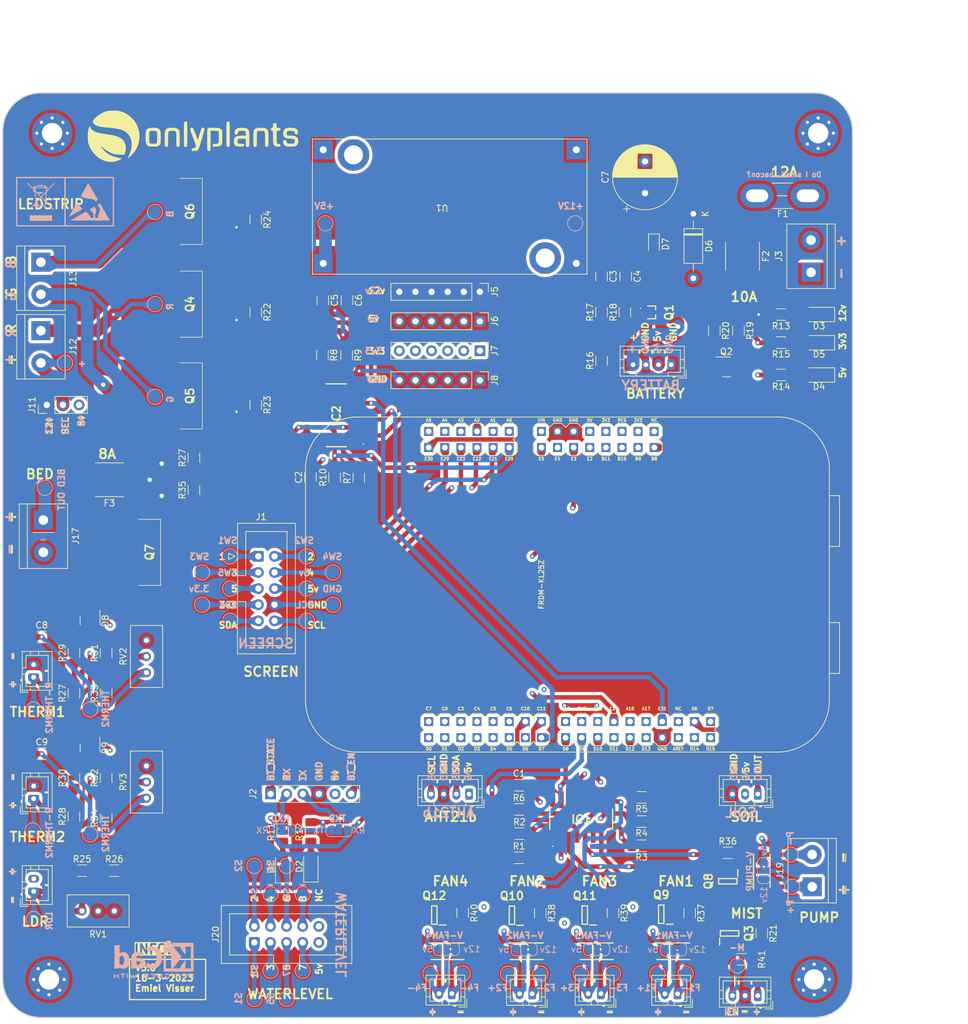
<source format=kicad_pcb>
(kicad_pcb (version 20221018) (generator pcbnew)
  (title_block (title "Greenhouse project FRDM-KL25Z hat") (date "18-3-2023") (rev "V5.0") (company "OnlyPlants") (comment 1 "Author: Emiel Visser"))
  (layers (0 "F.Cu" signal) (1 "In1.Cu" signal) (2 "In2.Cu" signal) (31 "B.Cu" signal) (34 "B.Paste" user) (35 "F.Paste" user) (36 "B.SilkS" user "B.Silkscreen") (37 "F.SilkS" user "F.Silkscreen") (38 "B.Mask" user) (39 "F.Mask" user) (44 "Edge.Cuts" user))
  (net 0 "")
  (net 21 "GNDREF")
  (net 22 "Net-(D1-A)")
  (net 23 "+12V")
  (net 24 "/Water/Pump-")
  (net 25 "/Fans/Fan1-")
  (net 26 "/Fans/Fan2-")
  (net 27 "/Fans/Fan3-")
  (net 28 "/Fans/Fan4-")
  (net 29 "THERM1")
  (net 30 "/OLED_SDA")
  (net 31 "/OLED_SCL")
  (net 32 "AHT_SDA")
  (net 33 "AHT_SCL")
  (net 34 "LDR_OUT")
  (net 35 "/Humidifier/MIST-")
  (net 36 "HUM_OUT")
  (net 37 "/Heating/BED_OUT")
  (net 38 "Net-(D2-A)")
  (net 39 "/Fans/Fan1+")
  (net 40 "/Fans/Fan2+")
  (net 41 "/Fans/Fan3+")
  (net 42 "/Fans/Fan4+")
  (net 43 "+3.3V")
  (net 44 "/BT_STATE")
  (net 45 "Net-(D3-A)")
  (net 46 "/Water/Pump+")
  (net 47 "VDC")
  (net 48 "R_IN")
  (net 49 "G_IN")
  (net 50 "B_IN")
  (net 51 "Net-(F1-Pad2)")
  (net 52 "/BT_RXD")
  (net 53 "SENS1")
  (net 54 "SENS2")
  (net 55 "SENS3")
  (net 56 "Net-(Q6-Pad1)")
  (net 57 "SENS4")
  (net 58 "SENS5")
  (net 59 "SENS6")
  (net 60 "SENS7")
  (net 61 "SENS8")
  (net 62 "MIST_EN")
  (net 63 "HEATER_IN")
  (net 64 "PUMP_IN")
  (net 65 "FAN1_IN")
  (net 66 "FAN2_IN")
  (net 67 "FAN3_IN")
  (net 68 "FAN4_IN")
  (net 69 "/BT_TXD")
  (net 70 "/BT_EN")
  (net 71 "/Power/BATT_IN")
  (net 72 "+5V")
  (net 73 "/Power/BATT_EN")
  (net 74 "BATT_V")
  (net 75 "THERM2")
  (net 76 "/SW1_OUT")
  (net 77 "/SW2_OUT")
  (net 78 "/SW3_OUT")
  (net 79 "/SW4_OUT")
  (net 80 "/SW5_OUT")
  (net 81 "/BT_RXD_O")
  (net 82 "/BT_TXD_O")
  (net 83 "~{12V_EN}")
  (net 86 "MIST_EN_POW")
  (net 87 "Net-(Q4-Pad1)")
  (net 88 "Net-(Q9-G)")
  (net 89 "Net-(D4-A)")
  (net 90 "Net-(D5-A)")
  (net 91 "Net-(D8-K-Pad3)")
  (net 92 "Net-(D9-K-Pad3)")
  (net 93 "Net-(J11-Pin_2)")
  (net 94 "Net-(J12-Pin_1)")
  (net 95 "Net-(J15-Pin_1)")
  (net 96 "Net-(J13-Pin_1)")
  (net 97 "Net-(Q1-Pad1)")
  (net 98 "Net-(Q2-G)")
  (net 99 "Net-(Q2-D)")
  (net 100 "Net-(Q3-G)")
  (net 101 "Net-(Q5-Pad1)")
  (net 102 "Net-(Q7-Pad1)")
  (net 103 "Net-(Q8-G)")
  (net 104 "Net-(Q10-G)")
  (net 105 "Net-(Q11-G)")
  (net 106 "Net-(Q12-G)")
  (net 107 "Net-(J13-Pin_2)")
  (net 108 "Net-(J16-Pin_1)")
  (net 110 "PUMP_IN_POW")
  (net 111 "FAN1_IN_POW")
  (net 112 "FAN2_IN_POW")
  (net 113 "FAN3_IN_POW")
  (net 114 "FAN4_IN_POW")
  (net 115 "HEATER_IN_POW")
  (net 116 "R_IN_POW")
  (net 117 "B_IN_POW")
  (net 122 "G_IN_POW")
  (net 123 "Net-(R25-Pad2)")
  (net 124 "Net-(R31-Pad1)")
  (net 125 "Net-(R32-Pad1)")
  (net 126 "Net-(J17-Pin_2)")
  (footprint "Capacitor_SMD:C_1206_3216Metric_Pad1.33x1.80mm_HandSolder" (layer "F.Cu") (at 251.92638 180.852317)
    (fp_text reference "C1")
    (fp_text value "0.1uF")
  )
  (footprint "Resistor_SMD:R_1206_3216Metric_Pad1.30x1.75mm_HandSolder" (layer "F.Cu") (at 293.245 111.11 180)
    (fp_text reference "R15")
    (fp_text value "2.2k")
  )
  (footprint "Resistor_SMD:R_1206_3216Metric_Pad1.30x1.75mm_HandSolder" (layer "F.Cu") (at 284.835 191.500761)
    (fp_text reference "R36")
    (fp_text value "1k")
  )
  (footprint "Resistor_SMD:R_1206_3216Metric_Pad1.30x1.75mm_HandSolder" (layer "F.Cu") (at 271.24388 190.377317 180)
    (fp_text reference "R3")
    (fp_text value "10k")
  )
  (footprint "Resistor_SMD:R_1206_3216Metric_Pad1.30x1.75mm_HandSolder" (layer "F.Cu") (at 224.74 113.08 -90)
    (fp_text reference "R9")
    (fp_text value "10k")
  )
  (footprint "SamacSys_Parts:SOT95P280X90-6N" (layer "F.Cu") (at 250.795 201.335 180)
    (fp_text reference "Q10")
    (fp_text value "DMN6040SVT-7" hide)
  )
  (footprint "Potentiometer_THT:Potentiometer_Bourns_3296W_Vertical" (layer "F.Cu") (at 193.1675 158.02 90)
    (fp_text reference "RV2")
    (fp_text value "R_Potentiometer")
  )
  (footprint "Resistor_SMD:R_1206_3216Metric_Pad1.30x1.75mm_HandSolder" (layer "F.Cu") (at 264.93 106.325 90)
    (fp_text reference "R17")
    (fp_text value "10K")
  )
  (footprint "Resistor_SMD:R_1206_3216Metric_Pad1.30x1.75mm_HandSolder" (layer "F.Cu") (at 200.66 129.26 90)
    (fp_text reference "R27")
    (fp_text value "12k")
  )
  (footprint "Connector_PinHeader_2.54mm:PinHeader_1x06_P2.54mm_Vertical" (layer "F.Cu") (at 245.745 107.745 -90)
    (fp_text reference "J6")
    (fp_text value "Conn_01x06_Pin")
  )
  (footprint "Resistor_SMD:R_1206_3216Metric_Pad1.30x1.75mm_HandSolder" (layer "F.Cu") (at 264.93 113.945 90)
    (fp_text reference "R16")
    (fp_text value "49.9K")
  )
  (footprint "SamacSys_Parts:IRF2804STRLPBF" (layer "F.Cu") (at 200.32 119.5 90)
    (fp_text reference "Q5")
    (fp_text value "IRLZ44NSTRLPBF" hide)
  )
  (footprint "SamacSys_Parts:74HCT365D652" (layer "F.Cu") (at 261.71888 186.217317)
    (fp_text reference "IC1")
    (fp_text value "74HCT365D,652" hide)
  )
  (footprint "Potentiometer_THT:Potentiometer_Bourns_3296W_Vertical" (layer "F.Cu") (at 183.02 200.66 180)
    (fp_text reference "RV1")
    (fp_text value "R_Potentiometer")
  )
  (footprint "Capacitor_SMD:C_1206_3216Metric_Pad1.33x1.80mm_HandSolder" (layer "F.Cu") (at 220.98 104.4325 -90)
    (fp_text reference "C5")
    (fp_text value "10uF")
  )
  (footprint "SamacSys_Parts:SOT95P280X90-6N" (layer "F.Cu") (at 285.115 204.19 90)
    (fp_text reference "Q3")
    (fp_text value "DMN6040SVT-7" hide)
  )
  (footprint "Package_TO_SOT_SMD:SOT-23" (layer "F.Cu") (at 184.2775 154.94 -90)
    (fp_text reference "D8")
    (fp_text value "BAV99")
  )
  (footprint "Capacitor_SMD:C_1206_3216Metric_Pad1.33x1.80mm_HandSolder" (layer "F.Cu") (at 224.79 104.4325 -90)
    (fp_text reference "C6")
    (fp_text value "0.1uF")
  )
  (footprint "Connector_PinSocket_2.54mm:PinSocket_1x06_P2.54mm_Vertical" (layer "F.Cu") (at 212.75 182.22 90)
    (fp_text reference "J2")
    (fp_text value "Conn_01x06_Socket")
  )
  (footprint "Resistor_SMD:R_1206_3216Metric_Pad1.30x1.75mm_HandSolder" (layer "F.Cu") (at 266.73 200.981752 -90)
    (fp_text reference "R39")
    (fp_text value "1k")
  )
  (footprint "LED_SMD:LED_1206_3216Metric_Pad1.42x1.75mm_HandSolder" (layer "F.Cu") (at 219.1 193.65 90)
    (fp_text reference "D2")
    (fp_text value "LED")
  )
  (footprint "Resistor_SMD:R_1206_3216Metric_Pad1.30x1.75mm_HandSolder" (layer "F.Cu") (at 278.8125 201.015 -90)
    (fp_text reference "R37")
    (fp_text value "1k")
  )
  (footprint "Resistor_SMD:R_1206_3216Metric_Pad1.30x1.75mm_HandSolder" (layer "F.Cu") (at 255.27 201.015 -90)
    (fp_text reference "R38")
    (fp_text value "1k")
  )
  (footprint "LED_SMD:LED_1206_3216Metric_Pad1.42x1.75mm_HandSolder" (layer "F.Cu") (at 299.22 116.205 180)
    (fp_text reference "D4")
    (fp_text value "LED")
  )
  (footprint "LED_SMD:LED_1206_3216Metric_Pad1.42x1.75mm_HandSolder" (layer "F.Cu") (at 299.22 111.125 180)
    (fp_text reference "D5")
    (fp_text value "LED")
  )
  (footprint "Connector_JST:JST_PH_B4B-PH-K_1x04_P2.00mm_Vertical" (layer "F.Cu") (at 275.915 114.58 180)
    (fp_text reference "J4" hide)
    (fp_text value "Conn_01x04_Socket")
  )
  (footprint "Resistor_SMD:R_1206_3216Metric_Pad1.30x1.75mm_HandSolder" (layer "F.Cu") (at 220.93 113.08 -90)
    (fp_text reference "R8")
    (fp_text value "10k")
  )
  (footprint "Resistor_SMD:R_1206_3216Metric_Pad1.30x1.75mm_HandSolder" (layer "F.Cu") (at 181.7375 160.02 90)
    (fp_text reference "R29")
    (fp_text value "2.37k 1%")
  )
  (footprint "Resistor_SMD:R_1206_3216Metric_Pad1.30x1.75mm_HandSolder" (layer "F.Cu") (at 287.02 208.28)
    (fp_text reference "R41")
    (fp_text value "4.7k")
  )
  (footprint "TerminalBlock:TerminalBlock_bornier-2_P5.08mm" (layer "F.Cu") (at 176.92 139.065 -90)
    (fp_text reference "J17")
    (fp_text value "Screw_Terminal_01x02")
  )
  (footprint "Resistor_SMD:R_1206_3216Metric_Pad1.30x1.75mm_HandSolder" (layer "F.Cu") (at 290.195 204.19 -90)
    (fp_text reference "R21")
    (fp_text value "1k")
  )
  (footprint "Connector_JST:JST_PH_B2B-PH-K_1x02_P2.00mm_Vertical" (layer "F.Cu") (at 175.4 197.58 90)
    (fp_text reference "J14" hide)
    (fp_text value "Conn_01x02_Socket")
  )
  (footprint "Fuse:Fuse_2920_7451Metric_Pad2.10x5.45mm_HandSolder" (layer "F.Cu") (at 287.155 97.49 -90)
    (fp_text reference "F2")
    (fp_text value "Polyfuse")
  )
  (footprint "MountingHole:MountingHole_3.2mm_M3_Pad_Via" (layer "F.Cu") (at 298.45 211.455)
    (fp_text reference "H4" hide)
    (fp_text value "MountingHole_Pad" hide)
  )
  (footprint "Resistor_SMD:R_1206_3216Metric_Pad1.30x1.75mm_HandSolder" (layer "F.Cu") (at 210.4 120.92 -90)
    (fp_text reference "R23")
    (fp_text value "1k")
  )
  (footprint "SamacSys_Parts:SOT95P280X90-6N" (layer "F.Cu") (at 274.3375 201.175 180)
    (fp_text reference "Q9")
    (fp_text value "DMN6040SVT-7" hide)
  )
  (footprint "Resistor_SMD:R_1206_3216Metric_Pad1.30x1.75mm_HandSolder" (layer "F.Cu") (at 186.8175 179.705 90)
    (fp_text reference "R32")
    (fp_text value "2.37k 1%")
  )
  (footprint "LED_SMD:LED_1206_3216Metric_Pad1.42x1.75mm_HandSolder" (layer "F.Cu") (at 214.655 193.795 90)
    (fp_text reference "D1")
    (fp_text value "LED")
  )
  (footprint "Resistor_SMD:R_1206_3216Metric_Pad1.30x1.75mm_HandSolder" (layer "F.Cu") (at 251.91388 192.282317)
    (fp_text reference "R1")
    (fp_text value "10k")
  )
  (footprint "MountingHole:MountingHole_3.2mm_M3_Pad_Via" (layer "F.Cu") (at 177.8 211.455)
    (fp_text reference "H3" hide)
    (fp_text value "MountingHole_Pad" hide)
  )
  (footprint "Capacitor_THT:CP_Radial_D10.0mm_P5.00mm" (layer "F.Cu") (at 271.78 87.55 90)
    (fp_text reference "C7")
    (fp_text value "1000uF")
  )
  (footprint "SamacSys_Parts:2SB1730" (layer "F.Cu") (at 272.6 106.34 -90)
    (fp_text reference "Q1")
    (fp_text value "RZF030P01" hide)
  )
  (footprint "SamacSys_Parts:IRF2804STRLPBF" (layer "F.Cu") (at 200.32 105.045 90)
    (fp_text reference "Q4")
    (fp_text value "IRLZ44NSTRLPBF" hide)
  )
  (footprint "LED_SMD:LED_1206_3216Metric_Pad1.42x1.75mm_HandSolder" (layer "F.Cu") (at 299.22 106.68 180)
    (fp_text reference "D3")
    (fp_text value "LED")
  )
  (footprint "Connector_JST:JST_PH_B2B-PH-K_1x02_P2.00mm_Vertical" (layer "F.Cu") (at 241.31513 213.681752 180)
    (fp_text reference "J24" hide)
    (fp_text value "Conn_01x02_Socket")
  )
  (footprint "Resistor_SMD:R_1206_3216Metric_Pad1.30x1.75mm_HandSolder" (layer "F.Cu") (at 271.24388 182.757317 180)
    (fp_text reference "R5")
    (fp_text value "10k")
  )
  (footprint "Resistor_SMD:R_1206_3216Metric_Pad1.30x1.75mm_HandSolder" (layer "F.Cu") (at 210.4 91.71 -90)
    (fp_text reference "R24")
    (fp_text value "1k")
  )
  (footprint "Connector_JST:JST_PH_B2B-PH-K_1x02_P2.00mm_Vertical" (layer "F.Cu") (at 276.9075 213.715 180)
    (fp_text reference "J21" hide)
    (fp_text value "Conn_01x02_Socket")
  )
  (footprint "Package_TO_SOT_SMD:SOT-23" (layer "F.Cu") (at 184.2775 174.9575 -90)
    (fp_text reference "D9")
    (fp_text value "BAV99")
  )
  (footprint "Resistor_SMD:R_1206_3216Metric_Pad1.30x1.75mm_HandSolder" (layer "F.Cu") (at 186.8175 166.37 90)
    (fp_text reference "R33")
    (fp_text value "0")
  )
  (footprint "Resistor_SMD:R_1206_3216Metric_Pad1.30x1.75mm_HandSolder" (layer "F.Cu") (at 271.24388 186.567317 180)
    (fp_text reference "R4")
    (fp_text value "10k")
  )
  (footprint "Connector_IDC:IDC-Header_2x05_P2.54mm_Vertical" (layer "F.Cu") (at 210.82 144.78)
    (fp_text reference "J1")
    (fp_text value "Conn_01x10_Socket")
  )
  (footprint "Connector_JST:JST_PH_B3B-PH-K_1x03_P2.00mm_Vertical" (layer "F.Cu") (at 289.56 213.995 180)
    (fp_text reference "J25" hide)
    (fp_text value "Conn_01x03_Socket")
  )
  (footprint "SamacSys_Parts:DIOM5226X230N" (layer "F.Cu") (at 240.665 207.01)
    (fp_text reference "D14" hide)
    (fp_text value "RS2MA-13-F" hide)
  )
  (footprint "Resistor_SMD:R_1206_3216Metric_Pad1.30x1.75mm_HandSolder" (layer "F.Cu") (at 226.645 132.41 90)
    (fp_text reference "R7")
    (fp_text value "10k")
  )
  (footprint "Connector_JST:JST_PH_B2B-PH-K_1x02_P2.00mm_Vertical" (layer "F.Cu") (at 264.825 213.681752 180)
    (fp_text reference "J23" hide)
    (fp_text value "Conn_01x02_Socket")
  )
  (footprint "SamacSys_Parts:74HCT365D652" (layer "F.Cu") (at 223.12 122.555 90)
    (fp_text reference "IC2")
    (fp_text value "74HCT365D,652" hide)
  )
  (footprint "Resistor_SMD:R_1206_3216Metric_Pad1.30x1.75mm_HandSolder" (layer "F.Cu") (at 188.1 194.31)
    (fp_text reference "R26")
    (fp_text value "0")
  )
  (footprint "SamacSys_Parts:DIOM5226X230N" (layer "F.Cu") (at 264.16 207.01)
    (fp_text reference "D13" hide)
    (fp_text value "RS2MA-13-F" hide)
  )
  (footprint "Resistor_SMD:R_1206_3216Metric_Pad1.30x1.75mm_HandSolder" (layer "F.Cu") (at 251.91388 184.662317)
    (fp_text reference "R6")
    (fp_text value "10k")
  )
  (footprint "SamacSys_Parts:SOT95P280X90-6N" (layer "F.Cu") (at 238.55763 201.301752 180)
    (fp_text reference "Q12")
    (fp_text value "DMN6040SVT-7" hide)
  )
  (footprint "Resistor_SMD:R_1206_3216Metric_Pad1.30x1.75mm_HandSolder" (layer "F.Cu") (at 200.66 134.34 90)
    (fp_text reference "R35")
    (fp_text value "1k")
  )
  (footprint "Diode_THT:D_A-405_P10.16mm_Horizontal" (layer "F.Cu") (at 279.4 90.805 -90)
    (fp_text reference "D6")
    (fp_text value "D_Schottky")
  )
  (footprint "Resistor_SMD:R_1206_3216Metric_Pad1.30x1.75mm_HandSolder" (layer "F.Cu") (at 210.4 106.315 -90)
    (fp_text reference "R22")
    (fp_text value "1k")
  )
  (footprint "SamacSys_Parts:IRF2804STRLPBF" (layer "F.Cu") (at 200.32 90.44 90)
    (fp_text reference "Q6")
    (fp_text value "IRLZ44NSTRLPBF" hide)
  )
  (footprint "Connector_PinHeader_2.54mm:PinHeader_1x06_P2.54mm_Vertical" (layer "F.Cu") (at 245.745 112.395 -90)
    (fp_text reference "J7")
    (fp_text value "Conn_01x06_Pin")
  )
  (footprint "Resistor_SMD:R_1206_3216Metric_Pad1.30x1.75mm_HandSolder" (layer "F.Cu") (at 293.245 116.205 180)
    (fp_text reference "R14")
    (fp_text value "4.7k")
  )
  (footprint "logo:logo" (layer "F.Cu") (at 200.66 78.74)
    (fp_text reference "G1")
    (fp_text value "LOGO" hide)
  )
  (footprint "TerminalBlock:TerminalBlock_bornier-2_P5.08mm" (layer "F.Cu") (at 297.95 100.03 90)
    (fp_text reference "J3")
    (fp_text value "Screw_Terminal_01x02")
  )
  (footprint "MountingHole:MountingHole_3.2mm_M3_Pad_Via" (layer "F.Cu") (at 178.295 78.105)
    (fp_text reference "H2" hide)
    (fp_text value "MountingHole_Pad" hide)
  )
  (footprint "Resistor_SMD:R_1206_3216Metric_Pad1.30x1.75mm_HandSolder" (layer "F.Cu") (at 186.8175 186.055 90)
    (fp_text reference "R34")
    (fp_text value "0")
  )
  (footprint "Connector_PinHeader_2.54mm:PinHeader_1x06_P2.54mm_Vertical" (layer "F.Cu") (at 245.745 103.095 -90)
    (fp_text reference "J5")
    (fp_text value "Conn_01x06_Pin")
  )
  (footprint "User:LM2596_Buck_module" (layer "F.Cu") (at 262.644 100.3225 180)
    (fp_text reference "U1")
    (fp_text value "LM2596 Buck")
  )
  (footprint "Connector_IDC:IDC-Header_2x05_P2.54mm_Vertical" (layer "F.Cu") (at 210.185 205.6225 90)
    (fp_text reference "J20")
    (fp_text value "Conn_01x10_Socket")
  )
  (footprint "Package_TO_SOT_SMD:SOT-23" (layer "F.Cu") (at 284.615 114.935)
    (fp_text reference "Q2")
    (fp_text value "AO3401A")
  )
  (footprint "Capacitor_SMD:C_1206_3216Metric_Pad1.33x1.80mm_HandSolder" (layer "F.Cu") (at 176.6575 157.48)
    (fp_text reference "C8")
    (fp_text value "0.1uF")
  )
  (footprint "Resistor_SMD:R_1206_3216Metric_Pad1.30x1.75mm_HandSolder" (layer "F.Cu") (at 181.7375 179.705 90)
    (fp_text reference "R30")
    (fp_text value "2.37k 1%")
  )
  (footprint "Resistor_SMD:R_1206_3216Metric_Pad1.30x1.75mm_HandSolder" (layer "F.Cu") (at 181.7375 166.37 90)
    (fp_text reference "R27")
    (fp_text value "4.7k")
  )
  (footprint "Connector_PinHeader_2.54mm:PinHeader_1x06_P2.54mm_Vertical" (layer "F.Cu") (at 245.745 117.045 -90)
    (fp_text reference "J8")
    (fp_text value "Conn_01x06_Pin")
  )
  (footprint "Fuse:Fuse_Blade_Mini_directSolder" (layer "F.Cu") (at 297.455 87.965 180)
    (fp_text reference "F1")
    (fp_text value "Fuse")
  )
  (footprint "MountingHole:MountingHole_3.2mm_M3_Pad_Via" (layer "F.Cu") (at 299.085 78.105)
    (fp_text reference "H1" hide)
    (fp_text value "MountingHole_Pad" hide)
  )
  (footprint "SamacSys_Parts:DIOM5226X230N" (layer "F.Cu") (at 253.12 207.01)
    (fp_text reference "D12" hide)
    (fp_text value "RS2MA-13-F" hide)
  )
  (footprint "SamacSys_Parts:IRF2804STRLPBF" (layer "F.Cu") (at 193.755 144.145 90)
    (fp_text reference "Q7")
    (fp_text value "IRLZ44NSTRLPBF" hide)
  )
  (footprint "Fuse:Fuse_2920_7451Metric_Pad2.10x5.45mm_HandSolder" (layer "F.Cu") (at 187.325 132.715 180)
    (fp_text reference "F3")
    (fp_text value "Polyfuse")
  )
  (footprint "Resistor_SMD:R_1206_3216Metric_Pad1.30x1.75mm_HandSolder" (layer "F.Cu") (at 293.245 106.68 180)
    (fp_text reference "R13")
    (fp_text value "10k")
  )
  (footprint "Connector_JST:JST_PH_B4B-PH-K_1x04_P2.00mm_Vertical" (layer "F.Cu") (at 244.03388 182.245 180)
    (fp_text reference "J10" hide)
    (fp_text value "Conn_01x04_Socket")
  )
  (footprint "Capacitor_SMD:C_1206_3216Metric_Pad1.33x1.80mm_HandSolder" (layer "F.Cu") (at 219.025 132.335 90)
    (fp_text reference "C2")
    (fp_text value "0.1uF")
  )
  (footprint "Resistor_SMD:R_1206_3216Metric_Pad1.30x1.75mm_HandSolder" (layer "F.Cu") (at 183.02 194.31)
    (fp_text reference "R25")
    (fp_text value "100k")
  )
  (footprint "Resistor_SMD:R_1206_3216Metric_Pad1.30x1.75mm_HandSolder" (layer "F.Cu") (at 214.655 188.215 90)
    (fp_text reference "R11")
    (fp_text value "5k")
  )
  (footprint "TerminalBlock:TerminalBlock_bornier-2_P5.08mm" (layer "F.Cu") (at 176.53 109.22 -90)
    (fp_text reference "J12")
    (fp_text value "Screw_Terminal_01x02")
  )
  (footprint "Connector_JST:JST_PH_B2B-PH-K_1x02_P2.00mm_Vertical" (layer "F.Cu") (at 254 213.715 180)
    (fp_text reference "J22" hide)
    (fp_text value "Conn_01x02_Socket")
  )
  (footprint "SamacSys_Parts:DIOM5226X230N" (layer "F.Cu") (at 276.225 207.01)
    (fp_text reference "D11" hide)
    (fp_text value "RS2MA-13-F" hide)
  )
  (footprint "Connector_JST:JST_PH_B2B-PH-K_1x02_P2.00mm_Vertical" (layer "F.Cu") (at 175.3875 182.975 90)
    (fp_text reference "J16" hide)
    (fp_text value "Conn_01x02_Socket")
  )
  (footprint "Capacitor_SMD:C_1206_3216Metric_Pad1.33x1.80mm_HandSolder" (layer "F.Cu") (at 176.6575 175.895)
    (fp_text reference "C9")
    (fp_text value "0.1uF")
  )
  (footprint "TerminalBlock:TerminalBlock_bornier-2_P5.08mm" (layer "F.Cu") (at 298.1425 196.85 90)
    (fp_text reference "J19")
    (fp_text value "Screw_Terminal_01x02")
  )
  (footprint "Resistor_SMD:R_1206_3216Metric_Pad1.30x1.75mm_HandSolder" (layer "F.Cu") (at 268.605 106.325 90)
    (fp_text reference "R18")
    (fp_text value "165")
  )
  (footprint "Connector_PinHeader_2.54mm:PinHeader_1x03_P2.54mm_Vertical" (layer "F.Cu") (at 177.46 120.92 90)
    (fp_text reference "J11")
    (fp_text value "Conn_01x03_Pin")
  )
  (footprint "Resistor_SMD:R_1206_3216Metric_Pad1.30x1.75mm_HandSolder" (layer "F.Cu") (at 243.03263 200.981752 -90)
    (fp_text reference "R40")
    (fp_text value "1k")
  )
  (footprint "SamacSys_Parts:SOT95P280X90-6N" (layer "F.Cu") (at 262.285 201.301752 180)
    (fp_text reference "Q11")
    (fp_text value "DMN6040SVT-7" hide)
  )
  (footprint "SamacSys_Parts:SOT95P280X90-6N" (layer "F.Cu") (at 284.835 195.975761 -90)
    (fp_text reference "Q8")
    (fp_text value "DMN6040SVT-7" hide)
  )
  (footprint "Resistor_SMD:R_1206_3216Metric_Pad1.30x1.75mm_HandSolder" (layer "F.Cu") (at 222.835 132.335 90)
    (fp_text reference "R10")
    (fp_text value "10k")
  )
  (footprint "Potentiometer_THT:Potentiometer_Bourns_3296W_Vertical" (layer "F.Cu") (at 193.1675 177.8 90)
    (fp_text reference "RV3")
    (fp_text value "R_Potentiometer")
  )
  (footprint "TerminalBlock:TerminalBlock_bornier-2_P5.08mm" (layer "F.Cu") (at 176.53 98.425 -90)
    (fp_text reference "J13")
    (fp_text value "Screw_Terminal_01x02")
  )
  (footprint "Resistor_SMD:R_1206_3216Metric_Pad1.30x1.75mm_HandSolder" (layer "F.Cu") (at 186.8175 160.02 90)
    (fp_text reference "R31")
    (fp_text value "2.37k 1%")
  )
  (footprint "Resistor_SMD:R_1206_3216Metric_Pad1.30x1.75mm_HandSolder" (layer "F.Cu") (at 282.71 109.22 -90)
    (fp_text reference "R20")
    (fp_text value "165")
  )
  (footprint "Diode_SMD:D_SOD-323" (layer "F.Cu") (at 273.185 95.585 -90)
    (fp_text reference "D7")
    (fp_text value "BZX384-A13-QX")
  )
  (footprint "SamacSys_Parts:DIOM5226X230N" (layer "F.Cu") (at 290.195 194.31 90)
    (fp_text reference "D10" hide)
    (fp_text value "RS2MA-13-F" hide)
  )
  (footprint "Capacitor_SMD:C_1206_3216Metric_Pad1.33x1.80mm_HandSolder" (layer "F.Cu") (at 264.93 100.665 -90)
    (fp_text reference "C3")
    (fp_text value "0.1uF")
  )
  (footprint "Connector_JST:JST_PH_B3B-PH-K_1x03_P2.00mm_Vertical" (layer "F.Cu") (at 289.56 182.245 180)
    (fp_text reference "J18" hide)
    (fp_text value "Conn_01x03_Socket")
  )
  (footprint "Resistor_SMD:R_1206_3216Metric_Pad1.30x1.75mm_HandSolder" (layer "F.Cu") (at 219.1 188.215 90)
    (fp_text reference "R12")
    (fp_text value "5k")
  )
  (footprint "Resistor_SMD:R_1206_3216Metric_Pad1.30x1.75mm_HandSolder" (layer "F.Cu") (at 251.98888 188.472317)
    (fp_text reference "R2")
    (fp_text value "10k")
  )
  (footprint "FRDM-KL25Z:FRDM_KL25Z_NORMAL" (layer "F.Cu") (at 255.451205 149.225001 90)
    (fp_text reference "FRDM1")
    (fp_text value "FRDM-KL25Z")
  )
  (footprint "Capacitor_SMD:C_1206_3216Metric_Pad1.33x1.80mm_HandSolder" (layer "F.Cu") (at 268.74 100.665 -90)
    (fp_text reference "C4")
    (fp_text value "10uF")
  )
  (footprint "Resistor_SMD:R_1206_3216Metric_Pad1.30x1.75mm_HandSolder" (layer "F.Cu") (at 286.52 109.22 -90)
    (fp_text reference "R19")
    (fp_text value "165")
  )
  (footprint "Resistor_SMD:R_1206_3216Metric_Pad1.30x1.75mm_HandSolder" (layer "F.Cu") (at 181.7375 185.775 90)
    (fp_text reference "R28")
    (fp_text value "4.7k")
  )
  (footprint "Connector_JST:JST_PH_B2B-PH-K_1x02_P2.00mm_Vertical" (layer "F.Cu") (at 175.3875 163.83 90)
    (fp_text reference "J15" hide)
    (fp_text value "Conn_01x02_Socket")
  )
  (footprint "TestPoint:TestPoint_Pad_D2.0mm" (layer "B.Cu") (at 175.26 187.96 -90)
    (fp_text reference "TP20" hide)
    (fp_text value "TestPoint")
  )
  (footprint "Symbol:KiCad-Logo2_5mm_SilkScreen" (layer "B.Cu") (at 194.31 208.28 180)
    (fp_text reference "REF1" hide)
    (fp_text value "KiCad-Logo2_5mm_SilkScreen" hide)
  )
  (footprint "TestPoint:TestPoint_Pad_D2.0mm" (layer "B.Cu") (at 266.730707 210.506045 180)
    (fp_text reference "TP38" hide)
    (fp_text value "TestPoint")
  )
  (footprint "Jumper:SolderJumper-3_P1.3mm_Bridged2Bar12_RoundedPad1.0x1.5mm_NumberLabels" (layer "B.Cu") (at 223.545 187.935)
    (fp_text reference "JP2" hide)
    (fp_text value "Jumper_3_Bridged12")
  )
  (footprint "TestPoint:TestPoint_Pad_D2.0mm" (layer "B.Cu") (at 212.725 198.0025 -90)
    (fp_text reference "TP29" hide)
    (fp_text value "TestPoint")
  )
  (footprint "TestPoint:TestPoint_Pad_D2.0mm" (layer "B.Cu") (at 222.585793 147.32 180)
    (fp_text reference "TP4" hide)
    (fp_text value "TestPoint")
  )
  (footprint "TestPoint:TestPoint_Pad_D2.0mm" (layer "B.Cu") (at 212.725 210.0675 -90)
    (fp_text reference "TP28" hide)
    (fp_text value "TestPoint")
  )
  (footprint "TestPoint:TestPoint_Pad_D2.0mm" (layer "B.Cu") (at 175.3875 168.91 -90)
    (fp_text reference "TP19" hide)
    (fp_text value "TestPoint")
  )
  (footprint "TestPoint:TestPoint_Pad_D2.0mm" (layer "B.Cu") (at 250.19 210.54 180)
    (fp_text reference "TP37" hide)
    (fp_text value "TestPoint")
  )
  (footprint "TestPoint:TestPoint_Pad_D2.0mm" (layer "B.Cu") (at 201.93 147.32 180)
    (fp_text reference "TP3" hide)
    (fp_text value "TestPoint")
  )
  (footprint "TestPoint:TestPoint_Pad_D2.0mm" (layer "B.Cu") (at 217.805 198.0025 -90)
    (fp_text reference "TP33" hide)
    (fp_text value "TestPoint")
  )
  (footprint "TestPoint:TestPoint_Pad_D2.0mm" (layer "B.Cu") (at 206.375 149.86 180)
    (fp_text reference "TP5" hide)
    (fp_text value "TestPoint")
  )
  (footprint "Jumper:SolderJumper-3_P1.3mm_Bridged2Bar12_RoundedPad1.0x1.5mm_NumberLabels" (layer "B.Cu") (at 214.625 187.935)
    (fp_text reference "JP1" hide)
    (fp_text value "Jumper_3_Bridged12")
  )
  (footprint "TestPoint:TestPoint_Pad_D2.0mm" (layer "B.Cu") (at 222.585793 152.4 180)
    (fp_text reference "TP8" hide)
    (fp_text value "TestPoint")
  )
  (footprint "TestPoint:TestPoint_Pad_D2.0mm" (layer "B.Cu") (at 255.270707 210.539293 180)
    (fp_text reference "TP35" hide)
    (fp_text value "TestPoint")
  )
  (footprint "TestPoint:TestPoint_Pad_D2.0mm" (layer "B.Cu") (at 243.033337 210.506045 180)
    (fp_text reference "TP39" hide)
    (fp_text value "TestPoint")
  )
  (footprint "TestPoint:TestPoint_Pad_D2.0mm" (layer "B.Cu") (at 175.4 201.93 -90)
    (fp_text reference "TP18" hide)
    (fp_text value "TestPoint")
  )
  (footprint "TestPoint:TestPoint_Pad_D2.0mm" (layer "B.Cu") (at 278.1775 210.54 180)
    (fp_text reference "TP34" hide)
    (fp_text value "TestPoint")
  )
  (footprint "TestPoint:TestPoint_Pad_D2.0mm" (layer "B.Cu") (at 177.165 133.985 -90)
    (fp_text reference "TP23" hide)
    (fp_text value "TestPoint")
  )
  (footprint "Jumper:SolderJumper-3_P1.3mm_Bridged2Bar12_RoundedPad1.0x1.5mm_NumberLabels" (layer "B.Cu") (at 240.49263 206.666752 180)
    (fp_text reference "JP7" hide)
    (fp_text value "Jumper_3_Bridged12")
  )
  (footprint "TestPoint:TestPoint_Pad_D2.0mm" (layer "B.Cu") (at 260.774 92.3075)
    (fp_text reference "TP12" hide)
    (fp_text value "TestPoint")
  )
  (footprint "TestPoint:TestPoint_Pad_D2.0mm" (layer "B.Cu") (at 286.385 209.27 180)
    (fp_text reference "TP13" hide)
    (fp_text value "TestPoint")
  )
  (footprint "TestPoint:TestPoint_Pad_D2.0mm" (layer "B.Cu") (at 194.525 105.045 -90)
    (fp_text reference "TP14" hide)
    (fp_text value "TestPoint")
  )
  (footprint "TestPoint:TestPoint_Pad_D2.0mm" (layer "B.Cu") (at 218.44 144.78 180)
    (fp_text reference "TP2" hide)
    (fp_text value "TestPoint")
  )
  (footprint "TestPoint:TestPoint_Pad_D2.0mm" (layer "B.Cu") (at 206.375 154.94 180)
    (fp_text reference "TP9" hide)
    (fp_text value "TestPoint")
  )
  (footprint "TestPoint:TestPoint_Pad_D2.0mm" (layer "B.Cu") (at 215.265 214.5125 -90)
    (fp_text reference "TP30" hide)
    (fp_text value "TestPoint")
  )
  (footprint "TestPoint:TestPoint_Pad_D2.0mm" (layer "B.Cu") (at 194.525 119.65 -90)
    (fp_text reference "TP15" hide)
    (fp_text value "TestPoint")
  )
  (footprint "TestPoint:TestPoint_Pad_D2.0mm" (layer "B.Cu") (at 217.805 210.0675 -90)
    (fp_text reference "TP32" hide)
    (fp_text value "TestPoint")
  )
  (footprint "TestPoint:TestPoint_Pad_D2.0mm" (layer "B.Cu") (at 215.265 193.5575 -90)
    (fp_text reference "TP31" hide)
    (fp_text value "TestPoint")
  )
  (footprint "TestPoint:TestPoint_Pad_D2.0mm" (layer "B.Cu") (at 184.2775 168.91 -90)
    (fp_text reference "TP21" hide)
    (fp_text value "TestPoint")
  )
  (footprint "TestPoint:TestPoint_Pad_D2.0mm" (layer "B.Cu") (at 210.185 214.5125 -90)
    (fp_text reference "TP26" hide)
    (fp_text value "TestPoint")
  )
  (footprint "TestPoint:TestPoint_Pad_D2.0mm" (layer "B.Cu") (at 210.185 193.5575 -90)
    (fp_text reference "TP27" hide)
    (fp_text value "TestPoint")
  )
  (footprint "TestPoint:TestPoint_Pad_D2.0mm" (layer "B.Cu") (at 180.34 114.3 -90)
    (fp_text reference "TP17" hide)
    (fp_text value "TestPoint")
  )
  (footprint "Jumper:SolderJumper-3_P1.3mm_Bridged2Bar12_RoundedPad1.0x1.5mm_NumberLabels" (layer "B.Cu") (at 290.5225 194.31 -90)
    (fp_text reference "JP3" hide)
    (fp_text value "Jumper_3_Bridged12")
  )
  (footprint "TestPoint:TestPoint_Pad_D2.0mm" (layer "B.Cu") (at 201.93 152.4 180)
    (fp_text reference "TP7" hide)
    (fp_text value "TestPoint")
  )
  (footprint "TestPoint:TestPoint_Pad_D2.0mm" (layer "B.Cu") (at 237.95263 210.506752 180)
    (fp_text reference "TP41" hide)
    (fp_text value "TestPoint")
  )
  (footprint "TestPoint:TestPoint_Pad_D2.0mm" (layer "B.Cu") (at 221.404 92.3075)
    (fp_text reference "TP11" hide)
    (fp_text value "TestPoint")
  )
  (footprint "TestPoint:TestPoint_Pad_D2.0mm" (layer "B.Cu") (at 273.7325 210.54 180)
    (fp_text reference "TP36" hide)
    (fp_text value "TestPoint")
  )
  (footprint "Jumper:SolderJumper-3_P1.3mm_Bridged2Bar12_RoundedPad1.0x1.5mm_NumberLabels" (layer "B.Cu") (at 276.2725 206.73 180)
    (fp_text reference "JP4" hide)
    (fp_text value "Jumper_3_Bridged12")
  )
  (footprint "TestPoint:TestPoint_Pad_D2.0mm" (layer "B.Cu") (at 218.44 154.94 180)
    (fp_text reference "TP10" hide)
    (fp_text value "TestPoint")
  )
  (footprint "TestPoint:TestPoint_Pad_D2.0mm" (layer "B.Cu") (at 261.65 210.506752 180)
    (fp_text reference "TP40" hide)
    (fp_text value "TestPoint")
  )
  (footprint "TestPoint:TestPoint_Pad_D2.0mm" (layer "B.Cu") (at 184.2775 188.595 -90)
    (fp_text reference "TP22" hide)
    (fp_text value "TestPoint")
  )
  (footprint "Symbol:WEEE-Logo_4.2x6mm_SilkScreen" (layer "B.Cu") (at 176.53 88.9 180)
    (fp_text reference "REF2" hide)
    (fp_text value "WEEE-Logo_4.2x6mm_SilkScreen" hide)
  )
  (footprint "TestPoint:TestPoint_Pad_D2.0mm" (layer "B.Cu") (at 294.9675 196.85 -90)
    (fp_text reference "TP25" hide)
    (fp_text value "TestPoint")
  )
  (footprint "Jumper:SolderJumper-3_P1.3mm_Bridged2Bar12_RoundedPad1.0x1.5mm_NumberLabels" (layer "B.Cu") (at 252.73 206.73 180)
    (fp_text reference "JP5" hide)
    (fp_text value "Jumper_3_Bridged12")
  )
  (footprint "TestPoint:TestPoint_Pad_D2.0mm" (layer "B.Cu") (at 218.44 149.86 180)
    (fp_text reference "TP6" hide)
    (fp_text value "TestPoint")
  )
  (footprint "Symbol:ESD-Logo_6.6x6mm_SilkScreen" (layer "B.Cu") (at 184.15 88.9 180)
    (fp_text reference "REF3" hide)
    (fp_text value "ESD-Logo_6.6x6mm_SilkScreen" hide)
  )
  (footprint "Jumper:SolderJumper-3_P1.3mm_Bridged2Bar12_RoundedPad1.0x1.5mm_NumberLabels" (layer "B.Cu") (at 264.16 206.696752 180)
    (fp_text reference "JP6" hide)
    (fp_text value "Jumper_3_Bridged12")
  )
  (footprint "TestPoint:TestPoint_Pad_D2.0mm" (layer "B.Cu") (at 294.7275 191.77 -90)
    (fp_text reference "TP24" hide)
    (fp_text value "TestPoint")
  )
  (footprint "TestPoint:TestPoint_Pad_D2.0mm" (layer "B.Cu") (at 206.32738 144.78 180)
    (fp_text reference "TP1" hide)
    (fp_text value "TestPoint")
  )
  (footprint "TestPoint:TestPoint_Pad_D2.0mm" (layer "B.Cu") (at 194.525 90.515 -90)
    (fp_text reference "TP16" hide)
    (fp_text value "TestPoint")
  )
  (gr_line (start 176.506 71.755) (end 298.491 71.755) (stroke (width 0.2)) (layer "Edge.Cuts"))
  (gr_arc (start 298.491 71.755) (mid 302.733641 73.512359) (end 304.491 77.755) (stroke (width 0.2)) (layer "Edge.Cuts"))
  (gr_line (start 170.506 211.45) (end 170.506 77.755) (stroke (width 0.2)) (layer "Edge.Cuts"))
  (gr_arc (start 176.506 217.45) (mid 172.263359 215.692641) (end 170.506 211.45) (stroke (width 0.2)) (layer "Edge.Cuts"))
  (gr_arc (start 304.491 211.45) (mid 302.733641 215.692641) (end 298.491 217.45) (stroke (width 0.2)) (layer "Edge.Cuts"))
  (gr_line (start 298.491 217.45) (end 176.506 217.45) (stroke (width 0.2)) (layer "Edge.Cuts"))
  (gr_arc (start 170.506 77.755) (mid 172.263359 73.512359) (end 176.506 71.755) (stroke (width 0.2)) (layer "Edge.Cuts"))
  (gr_line (start 304.491 77.755) (end 304.491 211.45) (stroke (width 0.2)) (layer "Edge.Cuts"))
  (gr_text "WATERLEVEL" (at 224.79 197.485 90) (layer "B.SilkS") (effects (font (size 1.5 1.5) (thickness 0.3) bold) (justify left bottom mirror)))
  (gr_text "B" (at 172.72 97.79 90) (layer "B.SilkS") (effects (font (size 1.5 1.5) (thickness 0.3) bold) (justify left bottom mirror)))
  (gr_text "GND" (at 271.145 113.03 -90) (layer "B.SilkS") (effects (font (size 1 1) (thickness 0.25) bold) (justify left bottom mirror)))
  (gr_text "F2-" (at 257.81 213.36) (layer "B.SilkS") (effects (font (size 1 1) (thickness 0.25) bold) (justify left bottom mirror)))
  (gr_text "5v" (at 219.075 147.955) (layer "B.SilkS") (effects (font (size 1 1) (thickness 0.25) bold) (justify left bottom mirror)))
  (gr_text "SCL" (at 237.49 180.34 270) (layer "B.SilkS") (effects (font (size 1 1) (thickness 0.25) bold) (justify left bottom mirror)))
  (gr_text "TXD" (at 224.79 186.69) (layer "B.SilkS") (effects (font (size 1 1) (thickness 0.25) bold) (justify left bottom mirror)))
  (gr_text "F4-" (at 237.49 213.36) (layer "B.SilkS") (effects (font (size 1 1) (thickness 0.25) bold) (justify left bottom mirror)))
  (gr_text "3.3v" (at 203.2 150.495) (layer "B.SilkS") (effects (font (size 1 1) (thickness 0.25) bold) (justify left bottom mirror)))
  (gr_text "M-" (at 287.655 207.01) (layer "B.SilkS") (effects (font (size 1 1) (thickness 0.25) bold) (justify left bottom mirror)))
  (gr_text "5v" (at 243.205 180.34 270) (layer "B.SilkS") (effects (font (size 1 1) (thickness 0.25) bold) (justify left bottom mirror)))
  (gr_text "-" (at 288.29 217.17) (layer "B.SilkS") (effects (font (size 1 1) (thickness 0.25) bold) (justify left bottom mirror)))
  (gr_text "-" (at 171.45 180.34 -90) (layer "B.SilkS") (effects (font (size 1 1) (thickness 0.25) bold) (justify left bottom mirror)))
  (gr_text "+12V" (at 262.255 90.17) (layer "B.SilkS") (effects (font (size 1 1) (thickness 0.25) bold) (justify left bottom mirror)))
  (gr_text "+" (at 170.815 139.7 -90) (layer "B.SilkS") (effects (font (size 1.5 1.5) (thickness 0.3) bold) (justify left bottom mirror)))
  (gr_text "5v" (at 287.02 180.34 270) (layer "B.SilkS") (effects (font (size 1 1) (thickness 0.25) bold) (justify left bottom mirror)))
  (gr_text "V-FAN2" (at 255.905 205.105) (layer "B.SilkS") (effects (font (size 1 1) (thickness 0.25) bold) (justify left bottom mirror)))
  (gr_text "GND" (at 231.14 117.475) (layer "B.SilkS") (effects (font (size 1 1) (thickness 0.25) bold) (justify left bottom mirror)))
  (gr_text "GND" (at 239.395 180.34 -90) (layer "B.SilkS") (effects (font (size 1 1) (thickness 0.25) bold) (justify left bottom mirror)))
  (gr_text "BT_EN" (at 224.79 180.34 270) (layer "B.SilkS") (effects (font (size 1 1) (thickness 0.25) bold) (justify left bottom mirror)))
  (gr_text "G" (at 197.485 119.38 90) (layer "B.SilkS") (effects (font (size 1 1) (thickness 0.25) bold) (justify left bottom mirror)))
  (gr_text "-" (at 277.495 215.9 180) (layer "B.SilkS") (effects (font (size 1 1) (thickness 0.25) bold) (justify left bottom mirror)))
  (gr_text "+" (at 290.195 217.17) (layer "B.SilkS") (effects (font (size 1 1) (thickness 0.25) bold) (justify left bottom mirror)))
  (gr_text "SCL" (at 219.71 153.035) (layer "B.SilkS") (effects (font (size 1 1) (thickness 0.25) bold) (justify left bottom mirror)))
  (gr_text "F1+" (at 273.685 213.36) (layer "B.SilkS") (effects (font (size 1 1) (thickness 0.25) bold) (justify left bottom mirror)))
  (gr_text "OUT" (at 288.925 180.34 270) (layer "B.SilkS") (effects (font (size 1 1) (thickness 0.25) bold) (justify left bottom mirror)))
  (gr_text "RX" (at 214.63 180.34 270) (layer "B.SilkS") (effects (font (size 1 1) (thickness 0.25) bold) (justify left bottom mirror)))
  (gr_text "5v" (at 182.245 124.46 -90) (layer "B.SilkS") (effects (font (size 1 1) (thickness 0.25) bold) (justify left bottom mirror)))
  (gr_text "S7" (at 215.9 208.915 90) (layer "B.SilkS") (effects (font (size 1 1) (thickness 0.25) bold) (justify left bottom mirror)))
  (gr_text "SDA" (at 207.645 153.035) (layer "B.SilkS") (effects (font (size 1 1) (thickness 0.25) bold) (justify left bottom mirror)))
  (gr_text "12v" (at 230.505 103.505) (layer "B.SilkS") (effects (font (size 1 1) (thickness 0.25) bold) (justify left bottom mirror)))
  (gr_text "12v" (at 177.165 125.73 -90) (layer "B.SilkS") (effects (font (size 1 1) (thickness 0.25) bold) (justify left bottom mirror)))
  (gr_text "GND" (at 274.955 113.03 -90) (layer "B.SilkS") (effects (font (size 1 1) (thickness 0.25) bold) (justify left bottom mirror)))
  (gr_text "+" (at 304.165 196.215 90) (layer "B.SilkS") (effects (font (size 1.5 1.5) (thickness 0.3) bold) (justify left bottom mirror)))
  (gr_text "+" (at 250.19 215.9 180) (layer "B.SilkS") (effects (font (size 1 1) (thickness 0.25) bold) (justify left bottom mirror)))
  (gr_text "SOIL" (at 289.56 186.055) (layer "B.SilkS") (effects (font (size 1.5 1.5) (thickness 0.3) bold) (justify left bottom mirror)))
  (gr_text "SEL" (at 179.705 125.73 -90) (layer "B.SilkS") (effects (font (size 1 1) (thickness 0.25) bold) (justify left bottom mirror)))
  (gr_text "-" (at 171.45 161.29 -90) (layer "B.SilkS") (effects (font (size 1 1) (thickness 0.25) bold) (justify left bottom mirror)))
  (gr_text "R" (at 197.485 104.775 90) (layer "B.SilkS") (effects (font (size 1 1) (thickness 0.25) bold) (justify left bottom mirror)))
  (gr_text "BT_STATE" (at 212.09 180.34 270) (layer "B.SilkS") (effects (font (size 1 1) (thickness 0.25) bold) (justify left bottom mirror)))
  (gr_text "+" (at 172.72 193.675 90) (layer "B.SilkS") (effects (font (size 1 1) (thickness 0.25) bold) (justify left bottom mirror)))
  (gr_text "GND" (at 219.71 180.34 -90) (layer "B.SilkS") (effects (font (size 1 1) (thickness 0.25) bold) (justify left bottom mirror)))
  (gr_text "+" (at 183.515 113.665 90) (layer "B.SilkS") (effects (font (size 1 1) (thickness 0.25) bold) (justify left bottom mirror)))
  (gr_text "G" (at 172.72 102.87 90) (layer "B.SilkS") (effects (font (size 1.5 1.5) (thickness 0.3) bold) (justify left bottom mirror)))
  (gr_text "SW4" (at 224.155 145.415) (layer "B.SilkS") (effects (font (size 1 1) (thickness 0.25) bold) (justify left bottom mirror)))
  (gr_text "SW5" (at 207.645 147.955) (layer "B.SilkS") (effects (font (size 1 1) (thickness 0.25) bold) (justify left bottom mirror)))
  (gr_text "5v" (at 222.25 180.34 270) (layer "B.SilkS") (effects (font (size 1 1) (thickness 0.25) bold) (justify left bottom mirror)))
  (gr_text "V-FAN4" (at 243.205 205.105) (layer "B.SilkS") (effects (font (size 1 1) (thickness 0.25) bold) (justify left bottom mirror)))
  (gr_text "5v" (at 229.87 107.95) (layer "B.SilkS") (effects (font (size 1 1) (thickness 0.25) bold) (justify left bottom mirror)))
  (gr_text "S8" (at 215.9 196.85 90) (layer "B.SilkS") (effects (font (size 1 1) (thickness 0.25) bold) (justify left bottom mirror)))
  (gr_text "-" (at 170.815 144.78 -90) (layer "B.SilkS") (effects (font (size 1.5 1.5) (thickness 0.3) bold) (justify left bottom mirror)))
  (gr_text "BATTERY" (at 277.495 118.745) (layer "B.SilkS") (effects (font (size 1.5 1.5) (thickness 0.3) bold) (justify left bottom mirror)))
  (gr_text "AHT21b" (at 245.11 186.055) (layer "B.SilkS") (effects (font (size 1.5 1.5) (thickness 0.3) bold) (justify left bottom mirror)))
  (gr_text "SDA" (at 241.3 180.34 270) (layer "B.SilkS") (effects (font (size 1 1) (thickness 0.25) bold) (justify left bottom mirror)))
  (gr_text "-" (at 172.72 198.12 90) (layer "B.SilkS") (effects (font (size 1 1) (thickness 0.25) bold) (justify left bottom mirror)))
  (gr_text "+" (at 260.985 215.9 180) (layer "B.SilkS") (effects (font (size 1 1) (thickness 0.25) bold) (justify left bottom mirror)))
  (gr_text "R-THERM2" (at 178.435 184.15 90) (layer "B.SilkS") (effects (font (size 1 1) (thickness 0.25) bold) (justify left bottom mirror)))
  (gr_text "R" (at 172.72 108.585 90) (layer "B.SilkS") (effects (font (size 1.5 1.5) (thickness 0.3) bold) (justify left bottom mirror)))
  (gr_text "+" (at 269.24 113.03 270) (layer "B.SilkS") (effects (font (size 1 1) (thickness 0.25) bold) (justify left bottom mirror)))
  (gr_text "-" (at 254.635 215.9 180) (layer "B.SilkS") (effects (font (size 1 1) (thickness 0.25) bold) (justify left bottom mirror)))
  (gr_text "TX" (at 217.17 180.34 270) (layer "B.SilkS") (effects (font (size 1 1) (thickness 0.25) bold) (justify left bottom mirror)))
  (gr_text "F4-" (at 245.745 213.36) (layer "B.SilkS") (effects (font (size 1 1) (thickness 0.25) bold) (justify left bottom mirror)))
  (gr_text "EN" (at 286.385 217.17) (layer "B.SilkS") (effects (font (size 1 1) (thickness 0.25) bold) (justify left bottom mirror)))
  (gr_text "+" (at 171.45 165.735 -90) (layer "B.SilkS") (effects (font (size 1 1) (thickness 0.25) bold) (justify left bottom mirror)))
  (gr_text "B" (at 197.485 90.17 90) (layer "B.SilkS") (effects (font (size 1 1) (thickness 0.25) bold) (justify left bottom mirror)))
  (gr_text "F3-" (at 269.24 213.36) (layer "B.SilkS") (effects (font (size 1 1) (thickness 0.25) bold) (justify left bottom mirror)))
  (gr_text "V-FAN1" (at 279.4 205.105) (layer "B.SilkS") (effects (font (size 1 1) (thickness 0.25) bold) (justify left bottom mirror)))
  (gr_text "SW3" (at 203.2 145.415) (layer "B.SilkS") (effects (font (size 1 1) (thickness 0.25) bold) (justify left bottom mirror)))
  (gr_text "P-" (at 295.275 187.96 90) (layer "B.SilkS") (effects (font (size 1 1) (thickness 0.25) bold) (justify left bottom mirror)))
  (gr_text "3v3" (at 230.505 113.03) (layer "B.SilkS") (effects (font (size 1 1) (thickness 0.25) bold) (justify left bottom mirror)))
  (gr_text "P+" (at 295.275 198.755 90) (layer "B.SilkS") (effects (font (size 1 1) (thickness 0.25) bold) (justify left bottom mirror)))
  (gr_text "S2" (at 208.28 192.405 90) (layer "B.SilkS") (effects (font (size 1 1) (thickness 0.25) bold) (justify left bottom mirror)))
  (gr_text "LDR" (at 178.435 200.66 90) (layer "B.SilkS") (effects (font (size 1 1) (thickness 0.25) bold) (justify left bottom mirror)))
  (gr_text "SW1" (at 207.645 142.875) (layer "B.SilkS") (effects (font (size 1 1) (thickness 0.25) bold) (justify left bottom mirror)))
  (gr_text "F2+" (at 250.19 213.36) (layer "B.SilkS") (effects (font (size 1 1) (thickness 0.25) bold) (justify left bottom mirror)))
  (gr_text "SW2" (at 219.71 142.875) (layer "B.SilkS") (effects (font (size 1 1) (thickness 0.25) bold) (justify left bottom mirror)))
  (gr_text "-" (at 303.53 99.06 90) (layer "B.SilkS") (effects (font (size 1.5 1.5) (thickness 0.3) bold) (justify left bottom mirror)))
  (gr_text "GND" (at 224.155 150.495) (layer "B.SilkS") (effects (font (size 1 1) (thickness 0.25) bold) (justify left bottom mirror)))
  (gr_text "V-FAN3" (at 266.7 205.105) (layer "B.SilkS") (effects (font (size 1 1) (thickness 0.25) bold) (justify left bottom mirror)))
  (gr_text "V-PUMP" (at 288.925 191.135 90) (layer "B.SilkS") (effects (font (size 1 1) (thickness 0.25) bold) (justify left bottom mirror)))
  (gr_text "+" (at 171.45 184.785 -90) (layer "B.SilkS") (effects (font (size 1 1) (thickness 0.25) bold) (justify left bottom mirror)))
  (gr_text "THERM2" (at 187.325 165.735 90) (layer "B.SilkS") (effects (font (size 1 1) (thickness 0.25) bold) (justify left bottom mirror)))
  (gr_text "+" (at 303.53 93.98 90) (layer "B.SilkS") (effects (font (size 1.5 1.5) (thickness 0.3) bold) (justify left bottom mirror)))
  (gr_text "S1" (at 208.28 213.36 90) (layer "B.SilkS") (effects (font (size 1 1) (thickness 0.25) bold) (justify left bottom mirror)))
  (gr_text "-" (at 304.165 191.135 90) (layer "B.SilkS") (effects (font (size 1.5 1.5) (thickness 0.3) bold) (justify left bottom mirror)))
  (gr_text "S3" (at 210.82 208.915 90) (layer "B.SilkS") (effects (font (size 1 1) (thickness 0.25) bold) (justify left bottom mirror)))
  (gr_text "R-THERM2" (at 178.435 164.465 90) (layer "B.SilkS") (effects (font (size 1 1) (thickness 0.25) bold) (justify left bottom mirror)))
  (gr_text "BED OUT" (at 180.34 130.81 90) (layer "B.SilkS") (effects (font (size 1 1) (thickness 0.25) bold) (justify left bottom mirror)))
  (gr_text "+" (at 237.49 215.9 180) (layer "B.SilkS") (effects (font (size 1 1) (thickness 0.25) bold) (justify left bottom mirror)))
  (gr_text "+5V" (at 222.885 90.17) (layer "B.SilkS") (effects (font (size 1 1) (thickness 0.25) bold) (justify left bottom mirror)))
  (gr_text "SCREEN" (at 216.535 159.385) (layer "B.SilkS") (effects (font (size 1.5 1.5) (thickness 0.3) bold) (justify left bottom mirror)))
  (gr_text "S5" (at 213.36 213.36 90) (layer "B.SilkS") (effects (font (size 1 1) (thickness 0.25) bold) (justify left bottom mirror)))
  (gr_text "S4" (at 210.82 196.85 90) (layer "B.SilkS") (effects (font (size 1 1) (thickness 0.25) bold) (justify left bottom mirror)))
  (gr_text "-" (at 265.43 215.9 180) (layer "B.SilkS") (effects (font (size 1 1) (thickness 0.25) bold) (justify left bottom mirror)))
  (gr_text "GND" (at 285.115 180.34 -90) (layer "B.SilkS") (effects (font (size 1 1) (thickness 0.25) bold) (justify left bottom mirror)))
  (gr_text "+" (at 273.05 215.9 180) (layer "B.SilkS") (effects (font (size 1 1) (thickness 0.25) bold) (justify left bottom mirror)))
  (gr_text "-" (at 241.935 215.9 180) (layer "B.SilkS") (effects (font (size 1 1) (thickness 0.25) bold) (justify left bottom mirror)))
  (gr_text "THERM2" (at 187.325 185.42 90) (layer "B.SilkS") (effects (font (size 1 1) (thickness 0.25) bold) (justify left bottom mirror)))
  (gr_text "Do I smell...bacon?" (at 299.72 85.09) (layer "B.SilkS") (effects (font (size 0.8 0.8) (thickness 0.2) bold) (justify left bottom mirror)))
  (gr_text "F1-" (at 280.67 213.36) (layer "B.SilkS") (effects (font (size 1 1) (thickness 0.25) bold) (justify left bottom mirror)))
  (gr_text "5v" (at 273.05 113.03 -90) (layer "B.SilkS") (effects (font (size 1 1) (thickness 0.25) bold) (justify left bottom mirror)))
  (gr_text "S6" (at 213.36 192.405 90) (layer "B.SilkS") (effects (font (size 1 1) (thickness 0.25) bold) (justify left bottom mirror)))
  (gr_text "RXD" (at 215.9 186.69) (layer "B.SilkS") (effects (font (size 1 1) (thickness 0.25) bold) (justify left bottom mirror)))
  (gr_text "+" (at 170.815 114.935 -90) (layer "B.SilkS") (effects (font (size 1.5 1.5) (thickness 0.3) bold) (justify left bottom mirror)))
  (gr_text "F3+" (at 261.62 213.36) (layer "B.SilkS") (effects (font (size 1 1) (thickness 0.25) bold) (justify left bottom mirror)))
  (gr_text "5v" (at 223.52 180.34 90) (layer "F.SilkS") (effects (font (size 1 1) (thickness 0.25) bold) (justify left bottom)))
  (gr_text "+" (at 290.16 216.005 180) (layer "F.SilkS") (effects (font (size 1 1) (thickness 0.25) bold) (justify left bottom)))
  (gr_text "5v" (at 218.44 150.495) (layer "F.SilkS") (effects (font (size 1 1) (thickness 0.25) bold) (justify left bottom)))
  (gr_text "+" (at 172.72 114.935 90) (layer "F.SilkS") (effects (font (size 1.5 1.5) (thickness 0.3) bold) (justify left bottom)))
  (gr_text "+" (at 172.72 184.785 90) (layer "F.SilkS") (effects (font (size 1 1) (thickness 0.25) bold) (justify left bottom)))
  (gr_text "+" (at 172.72 139.7 90) (layer "F.SilkS") (effects (font (size 1.5 1.5) (thickness 0.3) bold) (justify left bottom)))
  (gr_text "7" (at 218.44 210.185 90) (layer "F.SilkS") (effects (font (size 1 1) (thickness 0.25) bold) (justify left bottom)))
  (gr_text "-" (at 303.53 99.06 90) (layer "F.SilkS") (effects (font (size 1.5 1.5) (thickness 0.3) bold) (justify left bottom mirror)))
  (gr_text "1" (at 204.47 145.415) (layer "F.SilkS") (effects (font (size 1 1) (thickness 0.25) bold) (justify left bottom)))
  (gr_text "AHT21b" (at 236.855 186.69) (layer "F.SilkS") (effects (font (size 1.5 1.5) (thickness 0.3) bold) (justify left bottom)))
  (gr_text "5v" (at 227.965 107.95) (layer "F.SilkS") (effects (font (size 1 1) (thickness 0.25) bold) (justify left bottom)))
  (gr_text "+" (at 237.49 217.17) (layer "F.SilkS") (effects (font (size 1 1) (thickness 0.25) bold) (justify left bottom)))
  (gr_text "GND" (at 220.98 180.34 90) (layer "F.SilkS") (effects (font (size 1 1) (thickness 0.25) bold) (justify left bottom)))
  (gr_text "SCL" (at 238.76 179.07 90) (layer "F.SilkS") (effects (font (size 1 1) (thickness 0.25) bold) (justify left bottom)))
  (gr_text "GND" (at 227.965 117.475) (layer "F.SilkS") (effects (font (size 1 1) (thickness 0.25) bold) (justify left bottom)))
  (gr_text "5v" (at 288.29 179.07 90) (layer "F.SilkS") (effects (font (size 1 1) (thickness 0.25) bold) (justify left bottom)))
  (gr_text "+" (at 273.05 217.17) (layer "F.SilkS") (effects (font (size 1 1) (thickness 0.25) bold) (justify left bottom)))
  (gr_text "GND" (at 286.385 179.07 90) (layer "F.SilkS") (effects (font (size 1 1) (thickness 0.25) bold) (justify left bottom)))
  (gr_text "R" (at 172.72 109.855 90) (layer "F.SilkS") (effects (font (size 1.5 1.5) (thickness 0.3) bold) (justify left bottom)))
  (gr_text "GND" (at 272.415 111.125 90) (layer "F.SilkS") (effects (font (size 1 1) (thickness 0.25) bold) (justify left bottom)))
  (gr_text "NC" (at 220.98 199.39 90) (layer "F.SilkS") (effects (font (size 1 1) (thickness 0.25) bold) (justify left bottom)))
  (gr_text "3v3" (at 227.965 113.03) (layer "F.SilkS") (effects (font (size 1 1) (thickness 0.25) bold) (justify left bottom)))
  (gr_text "-" (at 172.72 180.34 90) (layer "F.SilkS") (effects (font (size 1 1) (thickness 0.25) bold) (justify left bottom)))
  (gr_text "BED" (at 173.99 132.715) (layer "F.SilkS") (effects (font (size 1.5 1.5) (thickness 0.3) bold) (justify left bottom)))
  (gr_text "-" (at 277.495 217.17) (layer "F.SilkS") (effects (font (size 1 1) (thickness 0.25) bold) (justify left bottom)))
  (gr_text "LDR" (at 173.355 203.2) (layer "F.SilkS") (effects (font (size 1.5 1.5) (thickness 0.3) bold) (justify left bottom)))
  (gr_text "SCREEN" (at 208.28 163.83) (layer "F.SilkS") (effects (font (size 1.5 1.5) (thickness 0.3) bold) (justify left bottom)))
  (gr_text "+" (at 250.19 217.17) (layer "F.SilkS") (effects (font (size 1 1) (thickness 0.25) bold) (justify left bottom)))
  (gr_text "5v" (at 220.98 210.82 90) (layer "F.SilkS") (effects (font (size 1 1) (thickness 0.25) bold) (justify left bottom)))
  (gr_text "3v3" (at 303.53 112.395 90) (layer "F.SilkS") (effects (font (size 1 1) (thickness 0.25) bold) (justify left bottom)))
  (gr_text "5v" (at 183.515 124.46 90) (layer "F.SilkS") (effects (font (size 1 1) (thickness 0.25) bold) (justify left bottom)))
  (gr_text "GND" (at 218.44 153.035) (layer "F.SilkS") (effects (font (size 1 1) (thickness 0.25) bold) (justify left bottom)))
  (gr_text "FAN3" (at 261.62 196.85) (layer "F.SilkS") (effects (font (size 1.5 1.5) (thickness 0.3) bold) (justify left bottom)))
  (gr_text "SDA" (at 204.47 156.21) (layer "F.SilkS") (effects (font (size 1 1) (thickness 0.25) bold) (justify left bottom)))
  (gr_text "8" (at 218.44 199.39 90) (layer "F.SilkS") (effects (font (size 1 1) (thickness 0.25) bold) (justify left bottom)))
  (gr_text "EN" (at 284.48 217.17) (layer "F.SilkS") (effects (font (size 1 1) (thickness 0.25) bold) (justify left bottom)))
  (gr_text "+" (at 270.51 111.125 90) (layer "F.SilkS") (effects (font (size 1 1) (thickness 0.25) bold) (justify left bottom)))
  (gr_text "5v" (at 303.53 116.84 90) (layer "F.SilkS") (effects (font (size 1 1) (thickness 0.25) bold) (justify left bottom)))
  (gr_text "+" (at 303.53 93.98 90) (layer "F.SilkS") (effects (font (size 1.5 1.5) (thickness 0.3) bold) (justify left bottom mirror)))
  (gr_text "+" (at 302.26 196.215 -90) (layer "F.SilkS") (effects (font (size 1.5 1.5) (thickness 0.3) bold) (justify left bottom)))
  (gr_text "8A" (at 185.42 129.54) (layer "F.SilkS") (effects (font (size 1.5 1.5) (thickness 0.3) bold) (justify left bottom)))
  (gr_text "-" (at 172.72 144.78 90) (layer "F.SilkS") (effects (font (size 1.5 1.5) (thickness 0.3) bold) (justify left bottom)))
  (gr_text "12v" (at 178.435 125.73 90) (layer "F.SilkS") (effects (font (size 1 1) (thickness 0.25) bold) (justify left bottom)))
  (gr_text "2" (at 218.44 145.415) (layer "F.SilkS") (effects (font (size 1 1) (thickness 0.25) bold) (justify left bottom)))
  (gr_text "OUT" (at 290.195 179.07 90) (layer "F.SilkS") (effects (font (size 1 1) (thickness 0.25) bold) (justify left bottom)))
  (gr_text "12v" (at 227.965 103.505) (layer "F.SilkS") (effects (font (size 1 1) (thickness 0.25) bold) (justify left bottom)))
  (gr_text "BATTERY" (at 268.605 120.015) (layer "F.SilkS") (effects (font (size 1.5 1.5) (thickness 0.3) bold) (justify left bottom)))
  (gr_text "5" (at 215.9 210.185 90) (layer "F.SilkS") (effects (font (size 1 1) (thickness 0.25) bold) (justify left bottom)))
  (gr_text "+" (at 260.985 217.17) (layer "F.SilkS") (effects (font (size 1 1) (thickness 0.25) bold) (justify left bottom)))
  (gr_text "10A" (at 285.115 104.775) (layer "F.SilkS") (effects (font (size 1.5 1.5) (thickness 0.3) bold) (justify left bottom)))
  (gr_text "G" (at 172.72 104.14 90) (layer "F.SilkS") (effects (font (size 1.5 1.5) (thickness 0.3) bold) (justify left bottom)))
  (gr_text "2" (at 210.82 199.39 90) (layer "F.SilkS") (effects (font (size 1 1) (thickness 0.25) bold) (justify left bottom)))
  (gr_text "SDA" (at 242.57 179.07 90) (layer "F.SilkS") (effects (font (size 1 1) (thickness 0.25) bold) (justify left bottom)))
  (gr_text "FAN1" (at 273.685 196.85) (layer "F.SilkS") (effects (font (size 1.5 1.5) (thickness 0.3) bold) (justify left bottom)))
  (gr_text "PUMP" (at 295.91 202.565) (layer "F.SilkS") (effects (font (size 1.5 1.5) (thickness 0.3) bold) (justify left bottom)))
  (gr_text "BT_EN" (at 226.06 180.34 90) (layer "F.SilkS") (effects (font (size 1 1) (thickness 0.25) bold) (justify left bottom)))
  (gr_text "+" (at 172.72 165.735 90) (layer "F.SilkS") (effects (font (size 1 1) (thickness 0.25) bold) (justify left bottom)))
  (gr_text "RX" (at 215.9 180.34 90) (layer "F.SilkS") (effects (font (size 1 1) (thickness 0.25) bold) (justify left bottom)))
  (gr_text "-" (at 171.45 198.12 -90) (layer "F.SilkS") (effects (font (size 1 1) (thickness 0.25) bold) (justify left bottom)))
  (gr_text "WATERLEVEL" (at 208.915 214.63) (layer "F.SilkS") (effects (font (size 1.5 1.5) (thickness 0.3) bold) (justify left bottom)))
  (gr_text "-" (at 172.72 161.29 90) (layer "F.SilkS") (effects (font (size 1 1) (thickness 0.25) bold) (justify left bottom)))
  (gr_text "-" (at 288.29 215.9 180) (layer "F.SilkS") (effects (font (size 1 1) (thickness 0.25) bold) (justify left bottom)))
  (gr_text "SCL" (at 218.44 156.21) (layer "F.SilkS") (effects (font (size 1 1) (thickness 0.25) bold) (justify left bottom)))
  (gr_text "6" (at 215.9 199.39 90) (layer "F.SilkS") (effects (font (size 1 1) (thickness 0.25) bold) (justify left bottom)))
  (gr_text "-" (at 302.26 191.135 -90) (layer "F.SilkS") (effects (font (size 1.5 1.5) (thickness 0.3) bold) (justify left bottom)))
  (gr_text "SEL" (at 180.975 125.73 90) (layer "F.SilkS") (effects (font (size 1 1) (thickness 0.25) bold) (justify left bottom)))
  (gr_text "-" (at 241.935 217.17) (layer "F.SilkS") (effects (font (size 1 1) (thickness 0.25) bold) (justify left bottom)))
  (gr_text "+" (at 171.45 193.675 -90) (layer "F.SilkS") (effects (font (size 1 1) (thickness 0.25) bold) (justify left bottom)))
  (gr_text "MIST" (at 285.115 201.93) (layer "F.SilkS") (effects (font (size 1.5 1.5) (thickness 0.3) bold) (justify left bottom)))
  (gr_text "THERM1" (at 171.45 170.18) (layer "F.SilkS") (effects (font (size 1.5 1.5) (thickness 0.3) bold) (justify left bottom)))
  (gr_text "5v" (at 274.32 111.125 90) (layer "F.SilkS") (effects (font (size 1 1) (thickness 0.25) bold) (justify left bottom)))
  (gr_text "4" (at 218.44 147.955) (layer "F.SilkS") (effects (font (size 1 1) (thickness 0.25) bold) (justify left bottom)))
  (gr_text "LEDSTRIP" (at 172.72 90.17) (layer "F.SilkS") (effects (font (size 1.5 1.5) (thickness 0.3) bold) (justify left bottom)))
  (gr_text "3" (at 206.375 147.955) (layer "F.SilkS") (effects (font (size 1 1) (thickness 0.25) bold) (justify left bottom)))
  (gr_text "-" (at 254.635 217.17) (layer "F.SilkS") (effects (font (size 1 1) (thickness 0.25) bold) (justify left bottom)))
  (gr_text "FAN4" (at 238.125 196.85) (layer "F.SilkS") (effects (font (size 1.5 1.5) (thickness 0.3) bold) (justify left bottom)))
  (gr_text "5v" (at 244.475 179.07 90) (layer "F.SilkS") (effects (font (size 1 1) (thickness 0.25) bold) (justify left bottom)))
  (gr_text "FAN2" (at 250.19 196.85) (layer "F.SilkS") (effects (font (size 1.5 1.5) (thickness 0.3) bold) (justify left bottom)))
  (gr_text "3" (at 213.36 210.185 90) (layer "F.SilkS") (effects (font (size 1 1) (thickness 0.25) bold) (justify left bottom)))
  (gr_text "12A" (at 291.465 85.09) (layer "F.SilkS") (effects (font (size 1.5 1.5) (thickness 0.3) bold) (justify left bottom)))
  (gr_text "B" (at 172.72 99.06 90) (layer "F.SilkS") (effects (font (size 1.5 1.5) (thickness 0.3) bold) (justify left bottom)))
  (gr_text "12v" (at 303.53 107.95 90) (layer "F.SilkS") (effects (font (size 1 1) (thickness 0.25) bold) (justify left bottom)))
  (gr_text "4" (at 213.36 199.39 90) (layer "F.SilkS") (effects (font (size 1 1) (thickness 0.25) bold) (justify left bottom)))
  (gr_text "BT_STATE" (at 213.36 180.34 90) (layer "F.SilkS") (effects (font (size 1 1) (thickness 0.25) bold) (justify left bottom)))
  (gr_text "INFO:    " (at 191.06 207.57) (layer "F.SilkS" knockout) (effects (font (size 1.5 1.5) (thickness 0.3) bold) (justify left bottom)))
  (gr_text "1" (at 210.82 211.455 90) (layer "F.SilkS") (effects (font (size 1 1) (thickness 0.25) bold) (justify left bottom)))
  (gr_text "-" (at 265.43 217.17) (layer "F.SilkS") (effects (font (size 1 1) (thickness 0.25) bold) (justify left bottom)))
  (gr_text "THERM2" (at 171.45 189.865) (layer "F.SilkS") (effects (font (size 1.5 1.5) (thickness 0.3) bold) (justify left bottom)))
  (gr_text "TX" (at 218.44 180.34 90) (layer "F.SilkS") (effects (font (size 1 1) (thickness 0.25) bold) (justify left bottom)))
  (gr_text "GND" (at 240.665 179.07 90) (layer "F.SilkS") (effects (font (size 1 1) (thickness 0.25) bold) (justify left bottom)))
  (gr_text "SOIL" (at 285.115 186.69) (layer "F.SilkS") (effects (font (size 1.5 1.5) (thickness 0.3) bold) (justify left bottom)))
  (gr_text "GND" (at 276.86 111.125 90) (layer "F.SilkS") (effects (font (size 1 1) (thickness 0.25) bold) (justify left bottom)))
  (gr_text "5" (at 206.375 150.495) (layer "F.SilkS") (effects (font (size 1 1) (thickness 0.25) bold) (justify left bottom)))
  (gr_text "3v3" (at 204.47 153.035) (layer "F.SilkS") (effects (font (size 1 1) (thickness 0.25) bold) (justify left bottom)))
  (gr_text_box "" (start 172.72 85.09) (end 180.34 92.71) (angle 360) (layer "B.SilkS") (effects (font (size 1.5 1.5) (thickness 0.3) bold) (justify left top)) (stroke (width 0.2)))
  (gr_text_box "" (start 180.34 85.09) (end 187.96 92.71) (angle 360) (layer "B.SilkS") (effects (font (size 1.5 1.5) (thickness 0.3) bold) (justify left top)) (stroke (width 0.2)))
  (gr_text_box "V5.0\n18-3-2023\nEmiel Visser" (start 190.5 208.28) (end 202.5068 214.63) (layer "F.SilkS") (effects (font (size 1 1) (thickness 0.25) bold) (justify left top)) (stroke (width 0.2)))
  (via (at 224.155 109.855) (size 0.8) (drill 0.4) (layers "F.Cu" "B.Cu") (net 21))
  (via (at 226.695 115.57) (size 0.8) (drill 0.4) (layers "F.Cu" "B.Cu") (net 21))
  (via (at 222.885 106.045) (size 0.8) (drill 0.4) (layers "F.Cu" "B.Cu") (net 21))
  (segment (start 231.57 115.57) (end 233.045 117.045) (width 0.7) (layer "B.Cu") (net 21))
  (segment (start 224.155 107.315) (end 222.885 106.045) (width 0.7) (layer "B.Cu") (net 21))
  (segment (start 226.695 115.57) (end 231.57 115.57) (width 0.7) (layer "B.Cu") (net 21))
  (segment (start 222.585793 152.4) (end 213.36 152.4) (width 0.7) (layer "B.Cu") (net 21))
  (segment (start 224.155 109.855) (end 224.155 107.315) (width 0.7) (layer "B.Cu") (net 21))
  (segment (start 214.655 192.3075) (end 214.655 189.765) (width 0.7) (layer "F.Cu") (net 22))
  (segment (start 261.2715 98.95) (end 260.944 98.6225) (width 2) (layer "F.Cu") (net 23))
  (segment (start 291.695 106.68) (end 289.695 106.68) (width 0.7) (layer "F.Cu") (net 23))
  (via (at 195.58 135.255) (size 2) (drill 0.7) (layers "F.Cu" "B.Cu") (net 23))
  (via (at 289.695 106.68) (size 0.8) (drill 0.4) (layers "F.Cu" "B.Cu") (net 23))
  (via (at 195.58 130.175) (size 2) (drill 0.7) (layers "F.Cu" "B.Cu") (net 23))
  (via (at 193.675 132.715) (size 2) (drill 0.7) (layers "F.Cu" "B.Cu") (net 23))
  (segment (start 260.774 92.3075) (end 260.774 98.4525) (width 2) (layer "B.Cu") (net 23))
  (segment (start 260.774 98.4525) (end 260.944 98.6225) (width 2) (layer "B.Cu") (net 23))
  (segment (start 289.695 106.68) (end 270.645 106.68) (width 0.7) (layer "B.Cu") (net 23))
  (segment (start 270.645 106.68) (end 262.5875 98.6225) (width 0.7) (layer "B.Cu") (net 23))
  (segment (start 262.5875 98.6225) (end 260.944 98.6225) (width 0.7) (layer "B.Cu") (net 23))
  (segment (start 284.835 195.310761) (end 284.835 194.675761) (width 0.7) (layer "F.Cu") (net 24))
  (segment (start 298.1425 191.77) (end 290.97 191.77) (width 0.7) (layer "F.Cu") (net 24))
  (segment (start 290.97 191.77) (end 290.5225 191.3225) (width 0.7) (layer "F.Cu") (net 24))
  (segment (start 284.835 195.945761) (end 284.835 195.310761) (width 0.7) (layer "F.Cu") (net 24))
  (segment (start 285.785 197.275761) (end 285.785 196.580761) (width 0.7) (layer "F.Cu") (net 24))
  (segment (start 284.835 196.580761) (end 284.835 195.945761) (width 0.7) (layer "F.Cu") (net 24))
  (segment (start 285.785 195.945761) (end 285.785 195.310761) (width 0.7) (layer "F.Cu") (net 24))
  (segment (start 284.835 197.275761) (end 285.785 197.275761) (width 0.7) (layer "F.Cu") (net 24))
  (segment (start 284.835 196.580761) (end 285.785 196.580761) (width 0.7) (layer "F.Cu") (net 24))
  (segment (start 284.835 195.310761) (end 285.785 195.310761) (width 0.7) (layer "F.Cu") (net 24))
  (segment (start 287.169239 194.675761) (end 290.5225 191.3225) (width 0.7) (layer "F.Cu") (net 24))
  (segment (start 284.835 197.275761) (end 284.835 196.580761) (width 0.7) (layer "F.Cu") (net 24))
  (segment (start 284.835 194.675761) (end 285.785 194.675761) (width 0.7) (layer "F.Cu") (net 24))
  (segment (start 285.785 196.580761) (end 285.785 195.945761) (width 0.7) (layer "F.Cu") (net 24))
  (segment (start 285.785 195.310761) (end 285.785 194.675761) (width 0.7) (layer "F.Cu") (net 24))
  (segment (start 285.785 194.675761) (end 287.169239 194.675761) (width 0.7) (layer "F.Cu") (net 24))
  (segment (start 284.835 195.945761) (end 285.785 195.945761) (width 0.7) (layer "F.Cu") (net 24))
  (segment (start 294.7275 191.77) (end 298.1425 191.77) (width 0.7) (layer "B.Cu") (net 24))
  (segment (start 275.0025 201.175) (end 275.0025 202.125) (width 0.7) (layer "F.Cu") (net 25))
  (segment (start 273.0375 202.125) (end 273.7325 202.125) (width 0.7) (layer "F.Cu") (net 25))
  (segment (start 274.3675 201.175) (end 275.0025 201.175) (width 0.7) (layer "F.Cu") (net 25))
  (segment (start 273.7325 202.125) (end 274.3675 202.125) (width 0.7) (layer "F.Cu") (net 25))
  (segment (start 275.6375 201.65) (end 275.6375 204.825) (width 0.7) (layer "F.Cu") (net 25))
  (segment (start 275.6375 201.175) (end 275.6375 202.125) (width 0.7) (layer "F.Cu") (net 25))
  (segment (start 276.9075 208.9875) (end 276.9075 213.715) (width 0.7) (layer "F.Cu") (net 25))
  (segment (start 273.7325 201.175) (end 273.7325 202.125) (width 0.7) (layer "F.Cu") (net 25))
  (segment (start 274.3675 202.125) (end 275.0025 202.125) (width 0.7) (layer "F.Cu") (net 25))
  (segment (start 273.0375 201.175) (end 273.7325 201.175) (width 0.7) (layer "F.Cu") (net 25))
  (segment (start 275.6375 204.825) (end 277.8225 207.01) (width 0.7) (layer "F.Cu") (net 25))
  (segment (start 273.7325 201.175) (end 274.3675 201.175) (width 0.7) (layer "F.Cu") (net 25))
  (segment (start 274.3675 201.175) (end 274.3675 202.125) (width 0.7) (layer "F.Cu") (net 25))
  (segment (start 279.165 206.73) (end 276.9075 208.9875) (width 0.7) (layer "F.Cu") (net 25))
  (segment (start 275.0025 202.125) (end 275.6375 202.125) (width 0.7) (layer "F.Cu") (net 25))
  (segment (start 277.8225 207.01) (end 278.375 207.01) (width 0.7) (layer "F.Cu") (net 25))
  (segment (start 273.0375 201.175) (end 273.0375 202.125) (width 0.7) (layer "F.Cu") (net 25))
  (segment (start 275.0025 201.175) (end 275.6375 201.175) (width 0.7) (layer "F.Cu") (net 25))
  (segment (start 278.1775 212.445) (end 276.9075 213.715) (width 0.7) (layer "B.Cu") (net 25))
  (segment (start 278.1775 210.54) (end 278.1775 212.445) (width 0.7) (layer "B.Cu") (net 25))
  (segment (start 252.095 204.19) (end 254.49 206.585) (width 0.7) (layer "F.Cu") (net 26))
  (segment (start 254.49 206.585) (end 254.845 206.585) (width 0.7) (layer "F.Cu") (net 26))
  (segment (start 249.495 201.335) (end 250.19 201.335) (width 0.7) (layer "F.Cu") (net 26))
  (segment (start 250.19 201.335) (end 250.19 202.285) (width 0.7) (layer "F.Cu") (net 26))
  (segment (start 249.495 201.335) (end 249.495 202.285) (width 0.7) (layer "F.Cu") (net 26))
  (segment (start 255.27 207.01) (end 254 208.28) (width 0.7) (layer "F.Cu") (net 26))
  (segment (start 250.19 202.285) (end 250.825 202.285) (width 0.7) (layer "F.Cu") (net 26))
  (segment (start 251.46 201.335) (end 251.46 202.285) (width 0.7) (layer "F.Cu") (net 26))
  (segment (start 252.095 202.285) (end 252.095 204.19) (width 0.7) (layer "F.Cu") (net 26))
  (segment (start 250.825 202.285) (end 251.46 202.285) (width 0.7) (layer "F.Cu") (net 26))
  (segment (start 252.095 201.335) (end 252.095 202.285) (width 0.7) (layer "F.Cu") (net 26))
  (segment (start 250.825 201.335) (end 251.46 201.335) (width 0.7) (layer "F.Cu") (net 26))
  (segment (start 250.825 201.335) (end 250.825 202.285) (width 0.7) (layer "F.Cu") (net 26))
  (segment (start 251.46 201.335) (end 252.095 201.335) (width 0.7) (layer "F.Cu") (net 26))
  (segment (start 251.46 202.285) (end 252.095 202.285) (width 0.7) (layer "F.Cu") (net 26))
  (segment (start 254 208.28) (end 254 213.715) (width 0.7) (layer "F.Cu") (net 26))
  (segment (start 249.495 202.285) (end 250.19 202.285) (width 0.7) (layer "F.Cu") (net 26))
  (segment (start 250.19 201.335) (end 250.825 201.335) (width 0.7) (layer "F.Cu") (net 26))
  (segment (start 255.27 210.54) (end 255.27 212.445) (width 0.7) (layer "B.Cu") (net 26))
  (segment (start 255.27 212.445) (end 254 213.715) (width 0.7) (layer "B.Cu") (net 26))
  (segment (start 263.585 202.251752) (end 263.585 201.301752) (width 0.7) (layer "F.Cu") (net 27))
  (segment (start 264.825 208.954252) (end 264.825 213.681752) (width 0.7) (layer "F.Cu") (net 27))
  (segment (start 262.92 201.301752) (end 262.92 202.251752) (width 0.7) (layer "F.Cu") (net 27))
  (segment (start 262.285 201.301752) (end 262.285 202.251752) (width 0.7) (layer "F.Cu") (net 27))
  (segment (start 261.65 202.251752) (end 262.285 202.251752) (width 0.7) (layer "F.Cu") (net 27))
  (segment (start 260.985 201.301752) (end 261.65 201.301752) (width 0.7) (layer "F.Cu") (net 27))
  (segment (start 260.985 201.301752) (end 260.985 202.251752) (width 0.7) (layer "F.Cu") (net 27))
  (segment (start 262.92 202.251752) (end 263.585 202.251752) (width 0.7) (layer "F.Cu") (net 27))
  (segment (start 261.65 201.301752) (end 262.285 201.301752) (width 0.7) (layer "F.Cu") (net 27))
  (segment (start 261.65 201.301752) (end 261.65 202.251752) (width 0.7) (layer "F.Cu") (net 27))
  (segment (start 266.31 206.911752) (end 266.31 207.01) (width 0.7) (layer "F.Cu") (net 27))
  (segment (start 262.285 202.251752) (end 262.92 202.251752) (width 0.7) (layer "F.Cu") (net 27))
  (segment (start 267.0825 206.696752) (end 264.825 208.954252) (width 0.7) (layer "F.Cu") (net 27))
  (segment (start 260.985 202.251752) (end 261.65 202.251752) (width 0.7) (layer "F.Cu") (net 27))
  (segment (start 262.92 201.301752) (end 263.585 201.301752) (width 0.7) (layer "F.Cu") (net 27))
  (segment (start 263.585 202.251752) (end 263.585 204.186752) (width 0.7) (layer "F.Cu") (net 27))
  (segment (start 263.585 204.186752) (end 266.31 206.911752) (width 0.7) (layer "F.Cu") (net 27))
  (segment (start 262.285 201.301752) (end 262.92 201.301752) (width 0.7) (layer "F.Cu") (net 27))
  (segment (start 266.73 210.506752) (end 266.73 211.776752) (width 0.7) (layer "B.Cu") (net 27))
  (segment (start 266.73 211.776752) (end 264.825 213.681752) (width 0.7) (layer "B.Cu") (net 27))
  (segment (start 239.22263 201.301752) (end 239.22263 202.251752) (width 0.7) (layer "F.Cu") (net 28))
  (segment (start 237.25763 201.301752) (end 237.25763 202.251752) (width 0.7) (layer "F.Cu") (net 28))
  (segment (start 238.58763 201.301752) (end 239.22263 201.301752) (width 0.7) (layer "F.Cu") (net 28))
  (segment (start 237.25763 201.301752) (end 237.95263 201.301752) (width 0.7) (layer "F.Cu") (net 28))
  (segment (start 237.95263 202.251752) (end 238.58763 202.251752) (width 0.7) (layer "F.Cu") (net 28))
  (segment (start 237.95263 201.301752) (end 237.95263 202.251752) (width 0.7) (layer "F.Cu") (net 28))
  (segment (start 243.03263 206.696752) (end 241.31513 208.414252) (width 0.7) (layer "F.Cu") (net 28))
  (segment (start 239.47013 203.769252) (end 242.710878 207.01) (width 0.7) (layer "F.Cu") (net 28))
  (segment (start 241.31513 208.414252) (end 241.31513 213.681752) (width 0.7) (layer "F.Cu") (net 28))
  (segment (start 237.95263 201.301752) (end 238.58763 201.301752) (width 0.7) (layer "F.Cu") (net 28))
  (segment (start 238.58763 201.301752) (end 238.58763 202.251752) (width 0.7) (layer "F.Cu") (net 28))
  (segment (start 239.85763 201.301752) (end 239.85763 202.251752) (width 0.7) (layer "F.Cu") (net 28))
  (segment (start 239.47013 202.251752) (end 239.47013 203.769252) (width 0.7) (layer "F.Cu") (net 28))
  (segment (start 239.22263 201.301752) (end 239.85763 201.301752) (width 0.7) (layer "F.Cu") (net 28))
  (segment (start 238.58763 202.251752) (end 239.22263 202.251752) (width 0.7) (layer "F.Cu") (net 28))
  (segment (start 239.22263 202.251752) (end 239.85763 202.251752) (width 0.7) (layer "F.Cu") (net 28))
  (segment (start 237.25763 202.251752) (end 237.95263 202.251752) (width 0.7) (layer "F.Cu") (net 28))
  (segment (start 243.03263 210.506752) (end 243.03263 211.964252) (width 0.7) (layer "B.Cu") (net 28))
  (segment (start 243.03263 211.964252) (end 241.31513 213.681752) (width 0.7) (layer "B.Cu") (net 28))
  (segment (start 186.8175 167.92) (end 191.6375 163.1) (width 0.7) (layer "F.Cu") (net 29))
  (segment (start 191.6375 163.1) (end 193.1675 163.1) (width 0.7) (layer "F.Cu") (net 29))
  (segment (start 175.095 157.48) (end 176.6575 157.48) (width 0.7) (layer "F.Cu") (net 29))
  (via (at 176.6575 157.48) (size 0.8) (drill 0.4) (layers "F.Cu" "B.Cu") (net 29))
  (segment (start 184.2775 165.1) (end 184.2775 168.91) (width 0.7) (layer "B.Cu") (net 29))
  (segment (start 184.2775 168.91) (end 186.69 168.91) (width 0.7) (layer "B.Cu") (net 29))
  (segment (start 192.5 163.1) (end 193.1675 163.1) (width 0.7) (layer "B.Cu") (net 29))
  (segment (start 186.69 168.91) (end 192.5 163.1) (width 0.7) (layer "B.Cu") (net 29))
  (segment (start 176.6575 157.48) (end 184.2775 165.1) (width 0.7) (layer "B.Cu") (net 29))
  (segment (start 210.82 154.94) (end 206.375 154.94) (width 0.7) (layer "B.Cu") (net 30))
  (segment (start 213.36 154.94) (end 218.44 154.94) (width 0.7) (layer "B.Cu") (net 31))
  (segment (start 213.640707 155.220707) (end 213.36 154.94) (width 0.7) (layer "B.Cu") (net 31))
  (segment (start 242.03388 180.24112) (end 242.03388 182.245) (width 0.7) (layer "F.Cu") (net 32))
  (segment (start 255.451205 170.815001) (end 254.165205 172.101001) (width 0.7) (layer "F.Cu") (net 32))
  (segment (start 252.73 177.165) (end 245.11 177.165) (width 0.7) (layer "F.Cu") (net 32))
  (segment (start 254.165205 172.101001) (end 254.165205 175.729795) (width 0.7) (layer "F.Cu") (net 32))
  (segment (start 245.11 177.165) (end 242.03388 180.24112) (width 0.7) (layer "F.Cu") (net 32))
  (segment (start 254.165205 175.729795) (end 252.73 177.165) (width 0.7) (layer "F.Cu") (net 32))
  (segment (start 241.935 175.895) (end 238.03388 179.79612) (width 0.7) (layer "F.Cu") (net 33))
  (segment (start 251.657205 172.069001) (end 251.657205 175.062795) (width 0.7) (layer "F.Cu") (net 33))
  (segment (start 251.657205 175.062795) (end 250.825 175.895) (width 0.7) (layer "F.Cu") (net 33))
  (segment (start 238.03388 179.79612) (end 238.03388 182.245) (width 0.7) (layer "F.Cu") (net 33))
  (segment (start 250.825 175.895) (end 241.935 175.895) (width 0.7) (layer "F.Cu") (net 33))
  (segment (start 252.911205 170.815001) (end 251.657205 172.069001) (width 0.7) (layer "F.Cu") (net 33))
  (segment (start 175.4 197.58) (end 178.48 200.66) (width 0.7) (layer "F.Cu") (net 34))
  (segment (start 247.65 184.15) (end 247.65 181.61) (width 0.7) (layer "F.Cu") (net 34))
  (segment (start 229.095 196.99) (end 237.49 188.595) (width 0.7) (layer "F.Cu") (net 34))
  (segment (start 183.02 196.99) (end 229.095 196.99) (width 0.7) (layer "F.Cu") (net 34))
  (segment (start 175.4 197.58) (end 178.34 197.58) (width 0.7) (layer "F.Cu") (net 34))
  (segment (start 183.02 196.99) (end 183.02 200.66) (width 0.7) (layer "F.Cu") (net 34))
  (segment (start 243.205 188.595) (end 247.65 184.15) (width 0.7) (layer "F.Cu") (net 34))
  (segment (start 181.47 194.31) (end 181.47 195.44) (width 0.7) (layer "F.Cu") (net 34))
  (segment (start 237.49 188.595) (end 243.205 188.595) (width 0.7) (layer "F.Cu") (net 34))
  (segment (start 178.34 197.58) (end 181.61 194.31) (width 0.7) (layer "F.Cu") (net 34))
  (segment (start 181.47 195.44) (end 183.02 196.99) (width 0.7) (layer "F.Cu") (net 34))
  (segment (start 178.48 200.66) (end 183.02 200.66) (width 0.7) (layer "F.Cu") (net 34))
  (via (at 247.65 181.61) (size 0.8) (drill 0.4) (layers "F.Cu" "B.Cu") (net 34))
  (segment (start 259.715 179.07) (end 261.801205 176.983795) (width 0.7) (layer "B.Cu") (net 34))
  (segment (start 247.65 181.61) (end 247.65 180.34) (width 0.7) (layer "B.Cu") (net 34))
  (segment (start 261.801205 176.983795) (end 261.801205 173.355001) (width 0.7) (layer "B.Cu") (net 34))
  (segment (start 248.92 179.07) (end 259.715 179.07) (width 0.7) (layer "B.Cu") (net 34))
  (segment (start 247.65 180.34) (end 248.92 179.07) (width 0.7) (layer "B.Cu") (net 34))
  (segment (start 175.4 201.93) (end 175.4 197.58) (width 0.7) (layer "B.Cu") (net 34))
  (segment (start 284.165 203.555) (end 284.165 204.19) (width 0.7) (layer "F.Cu") (net 35))
  (segment (start 285.115 204.825) (end 285.115 205.49) (width 0.7) (layer "F.Cu") (net 35))
  (segment (start 284.165 202.89) (end 284.165 203.555) (width 0.7) (layer "F.Cu") (net 35))
  (segment (start 285.115 202.89) (end 285.115 203.555) (width 0.7) (layer "F.Cu") (net 35))
  (segment (start 285.115 203.555) (end 285.115 204.19) (width 0.7) (layer "F.Cu") (net 35))
  (segment (start 284.165 202.89) (end 285.115 202.89) (width 0.7) (layer "F.Cu") (net 35))
  (segment (start 284.165 204.825) (end 285.115 204.825) (width 0.7) (layer "F.Cu") (net 35))
  (segment (start 284.165 205.49) (end 285.115 205.49) (width 0.7) (layer "F.Cu") (net 35))
  (segment (start 285.115 204.19) (end 285.115 204.825) (width 0.7) (layer "F.Cu") (net 35))
  (segment (start 284.165 205.49) (end 285.47 206.795) (width 0.7) (layer "F.Cu") (net 35))
  (segment (start 285.47 206.795) (end 285.47 213.27) (width 0.7) (layer "F.Cu") (net 35))
  (segment (start 285.47 213.27) (end 285.56 213.36) (width 0.7) (layer "F.Cu") (net 35))
  (segment (start 284.165 204.19) (end 285.115 204.19) (width 0.7) (layer "F.Cu") (net 35))
  (segment (start 284.165 204.825) (end 284.165 205.49) (width 0.7) (layer "F.Cu") (net 35))
  (segment (start 284.165 204.19) (end 284.165 204.825) (width 0.7) (layer "F.Cu") (net 35))
  (segment (start 284.165 203.555) (end 285.115 203.555) (width 0.7) (layer "F.Cu") (net 35))
  (segment (start 286.385 209.27) (end 286.385 212.535) (width 0.7) (layer "B.Cu") (net 35))
  (segment (start 286.385 212.535) (end 285.56 213.36) (width 0.7) (layer "B.Cu") (net 35))
  (segment (start 289.56 177.8) (end 289.56 182.245) (width 0.7) (layer "F.Cu") (net 36))
  (segment (start 279.581205 170.815001) (end 280.851204 172.085) (width 0.7) (layer "F.Cu") (net 36))
  (segment (start 283.845 172.085) (end 289.56 177.8) (width 0.7) (layer "F.Cu") (net 36))
  (segment (start 280.851204 172.085) (end 283.845 172.085) (width 0.7) (layer "F.Cu") (net 36))
  (segment (start 177.165 138.82) (end 177.165 134.62) (width 2) (layer "B.Cu") (net 37))
  (segment (start 176.92 139.065) (end 177.165 138.82) (width 2) (layer "B.Cu") (net 37))
  (segment (start 219.1 192.1625) (end 219.1 189.765) (width 0.7) (layer "F.Cu") (net 38))
  (segment (start 274.9075 208.4475) (end 274.9075 213.715) (width 0.7) (layer "F.Cu") (net 39))
  (segment (start 273.19 206.73) (end 274.9075 208.4475) (width 0.7) (layer "F.Cu") (net 39))
  (segment (start 273.7325 210.54) (end 273.7325 212.54) (width 0.7) (layer "B.Cu") (net 39))
  (segment (start 274.9075 213.608629) (end 274.9075 213.715) (width 0.7) (layer "B.Cu") (net 39))
  (segment (start 273.7325 212.54) (end 274.9075 213.715) (width 0.7) (layer "B.Cu") (net 39))
  (segment (start 276.2725 206.73) (end 276.2725 212.243629) (width 0.7) (layer "B.Cu") (net 39))
  (segment (start 276.2725 212.243629) (end 274.9075 213.608629) (width 0.7) (layer "B.Cu") (net 39))
  (segment (start 252 208.9875) (end 252 213.715) (width 0.7) (layer "F.Cu") (net 40))
  (segment (start 250.97 207.01) (end 250.97 207.9575) (width 0.7) (layer "F.Cu") (net 40))
  (segment (start 250.97 207.9575) (end 252 208.9875) (width 0.7) (layer "F.Cu") (net 40))
  (segment (start 252.73 212.985) (end 252 213.715) (width 0.7) (layer "B.Cu") (net 40))
  (segment (start 250.19 211.905) (end 252 213.715) (width 0.7) (layer "B.Cu") (net 40))
  (segment (start 252.73 206.73) (end 252.73 212.985) (width 0.7) (layer "B.Cu") (net 40))
  (segment (start 250.19 210.54) (end 250.19 211.905) (width 0.7) (layer "B.Cu") (net 40))
  (segment (start 261.1075 206.696752) (end 262.825 208.414252) (width 0.7) (layer "F.Cu") (net 41))
  (segment (start 262.825 208.414252) (end 262.825 213.681752) (width 0.7) (layer "F.Cu") (net 41))
  (segment (start 262.825 213.575381) (end 262.825 213.681752) (width 0.7) (layer "B.Cu") (net 41))
  (segment (start 264.16 212.240381) (end 262.825 213.575381) (width 0.7) (layer "B.Cu") (net 41))
  (segment (start 261.65 212.506752) (end 262.825 213.681752) (width 0.7) (layer "B.Cu") (net 41))
  (segment (start 261.65 210.506752) (end 261.65 212.506752) (width 0.7) (layer "B.Cu") (net 41))
  (segment (start 264.16 206.696752) (end 264.16 212.240381) (width 0.7) (layer "B.Cu") (net 41))
  (segment (start 237.69263 206.696752) (end 239.31513 208.319252) (width 0.7) (layer "F.Cu") (net 42))
  (segment (start 239.31513 208.319252) (end 239.31513 213.681752) (width 0.7) (layer "F.Cu") (net 42))
  (segment (start 240.49263 206.666752) (end 240.49263 212.397881) (width 0.7) (layer "B.Cu") (net 42))
  (segment (start 237.95263 212.319252) (end 239.31513 213.681752) (width 0.7) (layer "B.Cu") (net 42))
  (segment (start 240.49263 212.397881) (end 239.31513 213.575381) (width 0.7) (layer "B.Cu") (net 42))
  (segment (start 237.95263 210.506752) (end 237.95263 212.319252) (width 0.7) (layer "B.Cu") (net 42))
  (segment (start 239.31513 213.575381) (end 239.31513 213.681752) (width 0.7) (layer "B.Cu") (net 42))
  (segment (start 183.07 187.325) (end 184.2775 186.1175) (width 0.7) (layer "F.Cu") (net 43))
  (segment (start 184.2775 186.1175) (end 184.2775 179.7675) (width 0.7) (layer "F.Cu") (net 43))
  (segment (start 185.2275 174.02) (end 186.15 174.02) (width 0.7) (layer "F.Cu") (net 43))
  (segment (start 185.8175 154.0025) (end 187.4525 155.6375) (width 0.7) (layer "F.Cu") (net 43))
  (segment (start 289.56 111.125) (end 291.68 111.125) (width 0.7) (layer "F.Cu") (net 43))
  (segment (start 181.7375 167.92) (end 184.2775 165.38) (width 0.7) (layer "F.Cu") (net 43))
  (segment (start 184.2775 165.38) (end 184.2775 160.0825) (width 0.7) (layer "F.Cu") (net 43))
  (segment (start 181.7375 187.325) (end 183.07 187.325) (width 0.7) (layer "F.Cu") (net 43))
  (segment (start 289.56 110.71) (end 289.56 111.125) (width 0.7) (layer "F.Cu") (net 43))
  (segment (start 286.52 107.67) (end 289.56 110.71) (width 0.7) (layer "F.Cu") (net 43))
  (segment (start 185.2275 154.0025) (end 185.8175 154.0025) (width 0.7) (layer "F.Cu") (net 43))
  (segment (start 186.15 174.02) (end 187.4525 175.3225) (width 0.7) (layer "F.Cu") (net 43))
  (via (at 289.56 111.125) (size 0.8) (drill 0.4) (layers "F.Cu" "B.Cu") (net 43))
  (via (at 184.2775 160.0825) (size 0.8) (drill 0.4) (layers "F.Cu" "B.Cu") (net 43))
  (via (at 187.4525 155.6375) (size 0.8) (drill 0.4) (layers "F.Cu" "B.Cu") (net 43))
  (via (at 184.2775 179.7675) (size 0.8) (drill 0.4) (layers "F.Cu" "B.Cu") (net 43))
  (via (at 187.4525 175.3225) (size 0.8) (drill 0.4) (layers "F.Cu" "B.Cu") (net 43))
  (segment (start 210.82 152.4) (end 201.93 152.4) (width 0.7) (layer "B.Cu") (net 43))
  (segment (start 212.75 179.68) (end 212.75 182.22) (width 0.7) (layer "F.Cu") (net 44))
  (segment (start 227.33 177.165) (end 226.06 178.435) (width 0.7) (layer "F.Cu") (net 44))
  (segment (start 227.33 144.145) (end 227.33 177.165) (width 0.7) (layer "F.Cu") (net 44))
  (segment (start 246.38 132.715) (end 247.65 131.445) (width 0.7) (layer "F.Cu") (net 44))
  (segment (start 213.995 178.435) (end 212.75 179.68) (width 0.7) (layer "F.Cu") (net 44))
  (segment (start 247.65 131.445) (end 247.65 127.816206) (width 0.7) (layer "F.Cu") (net 44))
  (segment (start 226.06 178.435) (end 213.995 178.435) (width 0.7) (layer "F.Cu") (net 44))
  (segment (start 237.8075 133.6675) (end 227.33 144.145) (width 0.7) (layer "F.Cu") (net 44))
  (segment (start 247.65 127.816206) (end 247.831205 127.635001) (width 0.7) (layer "F.Cu") (net 44))
  (via (at 246.38 132.715) (size 0.8) (drill 0.4) (layers "F.Cu" "B.Cu") (net 44))
  (via (at 237.8075 133.6675) (size 0.8) (drill 0.4) (layers "F.Cu" "B.Cu") (net 44))
  (segment (start 246.38 132.715) (end 238.76 132.715) (width 0.7) (layer "B.Cu") (net 44))
  (segment (start 238.76 132.715) (end 237.8075 133.6675) (width 0.7) (layer "B.Cu") (net 44))
  (segment (start 294.795 106.68) (end 297.7325 106.68) (width 0.7) (layer "F.Cu") (net 45))
  (segment (start 290.97 196.85) (end 298.1425 196.85) (width 0.7) (layer "F.Cu") (net 46))
  (segment (start 290.5225 197.2975) (end 290.97 196.85) (width 0.7) (layer "F.Cu") (net 46))
  (segment (start 290.5225 194.31) (end 292.4275 194.31) (width 0.7) (layer "B.Cu") (net 46))
  (segment (start 294.9675 196.85) (end 298.1425 196.85) (width 0.7) (layer "B.Cu") (net 46))
  (segment (start 292.4275 194.31) (end 294.9675 196.85) (width 0.7) (layer "B.Cu") (net 46))
  (segment (start 224.055 123.19) (end 225.945 123.19) (width 0.7) (layer "F.Cu") (net 48))
  (segment (start 221.72 120.855) (end 224.055 123.19) (width 0.7) (layer "F.Cu") (net 48))
  (segment (start 220.93 114.985) (end 221.72 115.775) (width 0.7) (layer "F.Cu") (net 48))
  (segment (start 221.72 115.775) (end 221.72 120.855) (width 0.7) (layer "F.Cu") (net 48))
  (segment (start 220.93 114.63) (end 220.93 114.985) (width 0.7) (layer "F.Cu") (net 48))
  (segment (start 225.945 123.19) (end 230.505 123.19) (width 0.7) (layer "F.Cu") (net 48))
  (segment (start 230.505 123.19) (end 231.811398 121.883602) (width 0.7) (layer "F.Cu") (net 48))
  (via (at 231.811398 121.883602) (size 0.8) (drill 0.4) (layers "F.Cu" "B.Cu") (net 48))
  (segment (start 274.501205 165.916205) (end 274.501205 170.815001) (width 0.7) (layer "B.Cu") (net 48))
  (segment (start 272.415 163.83) (end 274.501205 165.916205) (width 0.7) (layer "B.Cu") (net 48))
  (segment (start 257.81 163.83) (end 272.415 163.83) (width 0.7) (layer "B.Cu") (net 48))
  (segment (start 232.41 122.482204) (end 232.41 138.43) (width 0.7) (layer "B.Cu") (net 48))
  (segment (start 231.811398 121.883602) (end 232.41 122.482204) (width 0.7) (layer "B.Cu") (net 48))
  (segment (start 232.41 138.43) (end 257.81 163.83) (width 0.7) (layer "B.Cu") (net 48))
  (segment (start 222.15 124.46) (end 220.295 124.46) (width 0.7) (layer "F.Cu") (net 49))
  (segment (start 222.835 130.785) (end 222.835 125.145) (width 0.7) (layer "F.Cu") (net 49))
  (segment (start 234.95 130.81) (end 230.505 130.81) (width 0.7) (layer "F.Cu") (net 49))
  (segment (start 222.835 125.145) (end 222.15 124.46) (width 0.7) (layer "F.Cu") (net 49))
  (segment (start 230.505 130.81) (end 228.6 128.905) (width 0.7) (layer "F.Cu") (net 49))
  (via (at 228.6 128.905) (size 0.8) (drill 0.4) (layers "F.Cu" "B.Cu") (net 49))
  (via (at 222.885 128.905) (size 0.8) (drill 0.4) (layers "F.Cu" "B.Cu") (net 49))
  (via (at 234.95 130.81) (size 0.8) (drill 0.4) (layers "F.Cu" "B.Cu") (net 49))
  (segment (start 250.371205 129.358795) (end 250.371205 127.635001) (width 0.7) (layer "B.Cu") (net 49))
  (segment (start 234.95 130.81) (end 248.92 130.81) (width 0.7) (layer "B.Cu") (net 49))
  (segment (start 248.92 130.81) (end 250.371205 129.358795) (width 0.7) (layer "B.Cu") (net 49))
  (segment (start 228.6 128.905) (end 222.885 128.905) (width 0.7) (layer "B.Cu") (net 49))
  (segment (start 224.4725 120.65) (end 225.945 120.65) (width 0.7) (layer "F.Cu") (net 50))
  (segment (start 224.74 114.63) (end 224.155 115.215) (width 0.7) (layer "F.Cu") (net 50))
  (segment (start 224.155 115.215) (end 224.155 120.3325) (width 0.7) (layer "F.Cu") (net 50))
  (segment (start 228.6 120.65) (end 225.945 120.65) (width 0.7) (layer "F.Cu") (net 50))
  (segment (start 224.155 120.3325) (end 224.4725 120.65) (width 0.7) (layer "F.Cu") (net 50))
  (via (at 228.6 120.65) (size 0.8) (drill 0.4) (layers "F.Cu" "B.Cu") (net 50))
  (segment (start 257.175 165.735) (end 230.505 139.065) (width 0.7) (layer "B.Cu") (net 50))
  (segment (start 257.175 173.355) (end 257.175 165.735) (width 0.7) (layer "B.Cu") (net 50))
  (segment (start 230.505 139.065) (end 230.505 121.92) (width 0.7) (layer "B.Cu") (net 50))
  (segment (start 230.505 121.92) (end 229.235 120.65) (width 0.7) (layer "B.Cu") (net 50))
  (segment (start 255.451205 173.355001) (end 257.175 173.355) (width 0.7) (layer "B.Cu") (net 50))
  (segment (start 229.235 120.65) (end 228.6 120.65) (width 0.7) (layer "B.Cu") (net 50))
  (segment (start 231.14 146.05) (end 242.751205 134.438795) (width 0.7) (layer "F.Cu") (net 52))
  (segment (start 226.695 186.69) (end 231.14 182.245) (width 0.7) (layer "F.Cu") (net 52))
  (segment (start 242.751205 134.438795) (end 242.751205 127.635001) (width 0.7) (layer "F.Cu") (net 52))
  (segment (start 231.14 182.245) (end 231.14 146.05) (width 0.7) (layer "F.Cu") (net 52))
  (segment (start 212.75 186.03) (end 214.02 186.03) (width 0.7) (layer "F.Cu") (net 52))
  (segment (start 214.02 186.03) (end 214.655 186.665) (width 0.7) (layer "F.Cu") (net 52))
  (via (at 212.75 186.03) (size 0.8) (drill 0.4) (layers "F.Cu" "B.Cu") (net 52))
  (via (at 226.695 186.69) (size 0.8) (drill 0.4) (layers "F.Cu" "B.Cu") (net 52))
  (segment (start 223.355 190.475) (end 221.005 190.475) (width 0.7) (layer "B.Cu") (net 52))
  (segment (start 224.845 187.935) (end 224.845 188.985) (width 0.7) (layer "B.Cu") (net 52))
  (segment (start 226.695 186.69) (end 226.695 186.72) (width 0.7) (layer "B.Cu") (net 52))
  (segment (start 213.325 189.145) (end 213.325 187.935) (width 0.7) (layer "B.Cu") (net 52))
  (segment (start 225.48 187.935) (end 224.845 187.935) (width 0.7) (layer "B.Cu") (net 52))
  (segment (start 213.325 187.935) (end 213.325 186.605) (width 0.7) (layer "B.Cu") (net 52))
  (segment (start 214.655 190.475) (end 213.325 189.145) (width 0.7) (layer "B.Cu") (net 52))
  (segment (start 213.325 186.605) (end 212.75 186.03) (width 0.7) (layer "B.Cu") (net 52))
  (segment (start 221.005 190.475) (end 214.655 190.475) (width 0.7) (layer "B.Cu") (net 52))
  (segment (start 224.845 188.985) (end 223.355 190.475) (width 0.7) (layer "B.Cu") (net 52))
  (segment (start 226.695 186.72) (end 225.48 187.935) (width 0.7) (layer "B.Cu") (net 52))
  (segment (start 210.185 205.6225) (end 210.185 214.5125) (width 0.7) (layer "B.Cu") (net 53))
  (via (at 255.868602 165.771398) (size 0.8) (drill 0.4) (layers "F.Cu" "B.Cu") (net 54))
  (segment (start 210.185 203.0825) (end 210.185 193.5575) (width 0.7) (layer "B.Cu") (net 54))
  (via (at 259.08 202.565) (size 0.8) (drill 0.4) (layers "F.Cu" "B.Cu") (net 55))
  (segment (start 212.725 205.6225) (end 212.725 210.0675) (width 0.7) (layer "B.Cu") (net 55))
  (segment (start 210.12 92.98) (end 210.4 93.26) (width 0.7) (layer "F.Cu") (net 56))
  (segment (start 205.07 92.98) (end 210.12 92.98) (width 0.7) (layer "F.Cu") (net 56))
  (segment (start 254 166.37) (end 254.635 167.005) (width 0.7) (layer "F.Cu") (net 57))
  (segment (start 254.635 167.005) (end 264.795 167.005) (width 0.7) (layer "F.Cu") (net 57))
  (segment (start 264.795 167.005) (end 266.881205 169.091205) (width 0.7) (layer "F.Cu") (net 57))
  (segment (start 266.881205 169.091205) (end 266.881205 170.815001) (width 0.7) (layer "F.Cu") (net 57))
  (via (at 254 166.37) (size 0.8) (drill 0.4) (layers "F.Cu" "B.Cu") (net 57))
  (segment (start 212.725 203.0825) (end 212.725 198.0025) (width 0.7) (layer "B.Cu") (net 57))
  (via (at 269.875 200.025) (size 0.8) (drill 0.4) (layers "F.Cu" "B.Cu") (net 58))
  (segment (start 215.265 205.6225) (end 215.265 214.5125) (width 0.7) (layer "B.Cu") (net 58))
  (segment (start 259.08 168.275) (end 264.16 168.275) (width 0.7) (layer "F.Cu") (net 59))
  (via (at 264.16 168.275) (size 0.8) (drill 0.4) (layers "F.Cu" "B.Cu") (net 59))
  (via (at 259.08 168.275) (size 0.8) (drill 0.4) (layers "F.Cu" "B.Cu") (net 59))
  (segment (start 215.265 203.0825) (end 215.265 193.5575) (width 0.7) (layer "B.Cu") (net 59))
  (via (at 246.38 200.025) (size 0.8) (drill 0.4) (layers "F.Cu" "B.Cu") (net 60))
  (segment (start 217.805 205.6225) (end 217.805 210.0675) (width 0.7) (layer "B.Cu") (net 60))
  (segment (start 217.805 203.0825) (end 217.805 198.0025) (width 0.7) (layer "B.Cu") (net 61))
  (segment (start 258.54388 192.30612) (end 258.54388 189.042317) (width 0.7) (layer "F.Cu") (net 62))
  (segment (start 258.54388 190.097317) (end 258.54388 189.042317) (width 0.7) (layer "F.Cu") (net 62))
  (segment (start 253.38888 192.282317) (end 256.35888 192.282317) (width 0.7) (layer "F.Cu") (net 62))
  (segment (start 256.35888 192.282317) (end 258.54388 190.097317) (width 0.7) (layer "F.Cu") (net 62))
  (via (at 258.54388 192.30612) (size 0.8) (drill 0.4) (layers "F.Cu" "B.Cu") (net 62))
  (segment (start 244.475 122.555) (end 245.291205 123.371205) (width 0.7) (layer "F.Cu") (net 63))
  (segment (start 230.505 125.73) (end 233.68 122.555) (width 0.7) (layer "F.Cu") (net 63))
  (segment (start 226.645 130.76) (end 224.155 128.27) (width 0.7) (layer "F.Cu") (net 63))
  (segment (start 224.155 128.27) (end 224.155 126.465) (width 0.7) (layer "F.Cu") (net 63))
  (segment (start 224.89 125.73) (end 225.945 125.73) (width 0.7) (layer "F.Cu") (net 63))
  (segment (start 245.291205 123.371205) (end 245.291205 125.095001) (width 0.7) (layer "F.Cu") (net 63))
  (segment (start 224.155 126.465) (end 224.89 125.73) (width 0.7) (layer "F.Cu") (net 63))
  (segment (start 226.645 130.86) (end 226.645 130.76) (width 0.7) (layer "F.Cu") (net 63))
  (segment (start 233.68 122.555) (end 244.475 122.555) (width 0.7) (layer "F.Cu") (net 63))
  (segment (start 225.945 125.73) (end 230.505 125.73) (width 0.7) (layer "F.Cu") (net 63))
  (segment (start 253.53888 188.472317) (end 254.80888 187.202317) (width 0.7) (layer "F.Cu") (net 64))
  (segment (start 260.44888 187.202317) (end 261.08388 187.837317) (width 0.7) (layer "F.Cu") (net 64))
  (segment (start 261.08388 187.837317) (end 261.08388 189.042317) (width 0.7) (layer "F.Cu") (net 64))
  (segment (start 259.261205 173.355001) (end 259.261205 180.158795) (width 0.7) (layer "F.Cu") (net 64))
  (segment (start 259.261205 180.158795) (end 258.445 180.975) (width 0.7) (layer "F.Cu") (net 64))
  (segment (start 254.757683 187.202317) (end 260.44888 187.202317) (width 0.7) (layer "F.Cu") (net 64))
  (segment (start 254.635 187.325) (end 254.757683 187.202317) (width 0.7) (layer "F.Cu") (net 64))
  (via (at 254.635 187.325) (size 0.8) (drill 0.4) (layers "F.Cu" "B.Cu") (net 64))
  (via (at 258.445 180.975) (size 0.8) (drill 0.4) (layers "F.Cu" "B.Cu") (net 64))
  (segment (start 258.445 183.515) (end 254.635 187.325) (width 0.7) (layer "B.Cu") (net 64))
  (segment (start 258.445 180.975) (end 258.445 183.515) (width 0.7) (layer "B.Cu") (net 64))
  (segment (start 269.69388 190.377317) (end 269.33888 190.377317) (width 0.7) (layer "F.Cu") (net 65))
  (segment (start 268.06888 187.837317) (end 267.43388 187.202317) (width 0.7) (layer "F.Cu") (net 65))
  (segment (start 269.33888 190.377317) (end 268.06888 189.107317) (width 0.7) (layer "F.Cu") (net 65))
  (segment (start 264.25888 187.202317) (end 263.62388 187.837317) (width 0.7) (layer "F.Cu") (net 65))
  (segment (start 264.341205 179.886205) (end 264.341205 173.355001) (width 0.7) (layer "F.Cu") (net 65))
  (segment (start 268.06888 189.107317) (end 268.06888 187.837317) (width 0.7) (layer "F.Cu") (net 65))
  (segment (start 264.795 180.34) (end 264.341205 179.886205) (width 0.7) (layer "F.Cu") (net 65))
  (segment (start 267.43388 187.202317) (end 264.25888 187.202317) (width 0.7) (layer "F.Cu") (net 65))
  (segment (start 263.62388 187.837317) (end 263.62388 189.042317) (width 0.7) (layer "F.Cu") (net 65))
  (via (at 264.795 180.34) (size 0.8) (drill 0.4) (layers "F.Cu" "B.Cu") (net 65))
  (via (at 268.06888 189.107317) (size 0.8) (drill 0.4) (layers "F.Cu" "B.Cu") (net 65))
  (segment (start 268.42388 185.297317) (end 265.52888 185.297317) (width 0.7) (layer "F.Cu") (net 66))
  (segment (start 264.89388 184.662317) (end 264.89388 183.392317) (width 0.7) (layer "F.Cu") (net 66))
  (segment (start 265.52888 185.297317) (end 265.52888 185.32112) (width 0.7) (layer "F.Cu") (net 66))
  (segment (start 265.52888 185.32112) (end 264.795 186.055) (width 0.7) (layer "F.Cu") (net 66))
  (segment (start 265.52888 185.297317) (end 264.89388 184.662317) (width 0.7) (layer "F.Cu") (net 66))
  (segment (start 269.69388 186.567317) (end 268.42388 185.297317) (width 0.7) (layer "F.Cu") (net 66))
  (via (at 264.795 186.055) (size 0.8) (drill 0.4) (layers "F.Cu" "B.Cu") (net 66))
  (segment (start 269.421205 180.134992) (end 269.421205 173.355001) (width 0.7) (layer "F.Cu") (net 67))
  (segment (start 268.06888 181.487317) (end 269.421205 180.134992) (width 0.7) (layer "F.Cu") (net 67))
  (segment (start 269.69388 182.757317) (end 269.33888 182.757317) (width 0.7) (layer "F.Cu") (net 67))
  (segment (start 268.06888 181.487317) (end 262.98888 181.487317) (width 0.7) (layer "F.Cu") (net 67))
  (segment (start 262.35388 182.122317) (end 262.35388 183.392317) (width 0.7) (layer "F.Cu") (net 67))
  (segment (start 262.98888 181.487317) (end 262.35388 182.122317) (width 0.7) (layer "F.Cu") (net 67))
  (segment (start 269.33888 182.757317) (end 268.06888 181.487317) (width 0.7) (layer "F.Cu") (net 67))
  (segment (start 254.02388 185.297317) (end 259.17888 185.297317) (width 0.7) (layer "F.Cu") (net 68))
  (segment (start 259.17888 185.297317) (end 259.81388 184.662317) (width 0.7) (layer "F.Cu") (net 68))
  (segment (start 253.46388 184.662317) (end 254.09888 185.297317) (width 0.7) (layer "F.Cu") (net 68))
  (segment (start 253.46388 184.662317) (end 253.46388 185.222317) (width 0.7) (layer "F.Cu") (net 68))
  (segment (start 262.255 179.07) (end 259.81388 181.51112) (width 0.7) (layer "F.Cu") (net 68))
  (segment (start 259.81388 181.51112) (end 259.81388 183.392317) (width 0.7) (layer "F.Cu") (net 68))
  (segment (start 259.81388 184.662317) (end 259.81388 183.392317) (width 0.7) (layer "F.Cu") (net 68))
  (via (at 262.255 179.07) (size 0.8) (drill 0.4) (layers "F.Cu" "B.Cu") (net 68))
  (segment (start 244.475 133.985) (end 245.11 133.35) (width 0.7) (layer "F.Cu") (net 69))
  (segment (start 221.005 186.665) (end 219.1 186.665) (width 0.7) (layer "F.Cu") (net 69))
  (segment (start 245.11 133.35) (end 245.11 127.816206) (width 0.7) (layer "F.Cu") (net 69))
  (segment (start 221.005 186.665) (end 224.815 186.665) (width 0.7) (layer "F.Cu") (net 69))
  (segment (start 245.11 127.816206) (end 245.291205 127.635001) (width 0.7) (layer "F.Cu") (net 69))
  (segment (start 224.815 186.665) (end 229.87 181.61) (width 0.7) (layer "F.Cu") (net 69))
  (segment (start 229.87 145.415) (end 241.3 133.985) (width 0.7) (layer "F.Cu") (net 69))
  (segment (start 229.87 181.61) (end 229.87 145.415) (width 0.7) (layer "F.Cu") (net 69))
  (via (at 241.3 133.985) (size 0.8) (drill 0.4) (layers "F.Cu" "B.Cu") (net 69))
  (via (at 221.005 186.665) (size 0.8) (drill 0.4) (layers "F.Cu" "B.Cu") (net 69))
  (via (at 244.475 133.985) (size 0.8) (drill 0.4) (layers "F.Cu" "B.Cu") (net 69))
  (segment (start 221.005 187.935) (end 221.005 186.665) (width 0.7) (layer "B.Cu") (net 69))
  (segment (start 222.245 187.935) (end 221.005 187.935) (width 0.7) (layer "B.Cu") (net 69))
  (segment (start 221.005 187.935) (end 215.925 187.935) (width 0.7) (layer "B.Cu") (net 69))
  (segment (start 228.6 178.435) (end 228.6 144.778604) (width 0.7) (layer "F.Cu") (net 70))
  (segment (start 240.35 127.773796) (end 240.211205 127.635001) (width 0.7) (layer "F.Cu") (net 70))
  (segment (start 225.45 182.22) (end 225.45 181.585) (width 0.7) (layer "F.Cu") (net 70))
  (segment (start 225.45 181.585) (end 228.6 178.435) (width 0.7) (layer "F.Cu") (net 70))
  (segment (start 228.6 144.778604) (end 240.35 133.028604) (width 0.7) (layer "F.Cu") (net 70))
  (segment (start 240.35 133.028604) (end 240.35 127.773796) (width 0.7) (layer "F.Cu") (net 70))
  (segment (start 267.92 114.58) (end 267.2 115.3) (width 2) (layer "F.Cu") (net 71))
  (segment (start 267.2 115.3) (end 265.125 115.3) (width 2) (layer "F.Cu") (net 71))
  (segment (start 276.995 108.085) (end 274.955 106.045) (width 2) (layer "F.Cu") (net 71))
  (segment (start 276.995 108.585) (end 276.995 108.085) (width 2) (layer "F.Cu") (net 71))
  (segment (start 269.915 114.58) (end 267.92 114.58) (width 2) (layer "F.Cu") (net 71))
  (segment (start 274.955 106.045) (end 273.82 106.045) (width 2) (layer "F.Cu") (net 71))
  (via (at 276.995 108.585) (size 2) (drill 0.7) (layers "F.Cu" "B.Cu") (net 71))
  (segment (start 275.09 109.855) (end 275.725 109.855) (width 2) (layer "B.Cu") (net 71))
  (segment (start 269.915 114.58) (end 269.915 112.255) (width 2) (layer "B.Cu") (net 71))
  (segment (start 269.915 112.255) (end 272.315 109.855) (width 2) (layer "B.Cu") (net 71))
  (segment (start 272.315 109.855) (end 275.09 109.855) (width 2) (layer "B.Cu") (net 71))
  (segment (start 275.725 109.855) (end 276.995 108.585) (width 2) (layer "B.Cu") (net 71))
  (segment (start 219.025 128.32) (end 220.295 127.05) (width 0.7) (layer "F.Cu") (net 72))
  (segment (start 219.025 130.7725) (end 219.025 128.32) (width 0.7) (layer "F.Cu") (net 72))
  (segment (start 253.48888 181.73388) (end 255.27 183.515) (width 0.7) (layer "F.Cu") (net 72))
  (segment (start 289.56 116.205) (end 291.695 116.205) (width 0.7) (layer "F.Cu") (net 72))
  (segment (start 220.98 129.54) (end 219.7475 130.7725) (width 0.7) (layer "F.Cu") (net 72))
  (segment (start 271.915 109.22) (end 271.915 107.95) (width 2) (layer "F.Cu") (net 72))
  (segment (start 253.48888 180.852317) (end 254.75888 180.852317) (width 0.7) (layer "F.Cu") (net 72))
  (segment (start 273.185 111.125) (end 271.915 109.855) (width 2) (layer "F.Cu") (net 72))
  (segment (start 289.56 212.09) (end 289.56 213.995) (width 0.7) (layer "F.Cu") (net 72))
  (segment (start 219.7475 130.7725) (end 219.025 130.7725) (width 0.7) (layer "F.Cu") (net 72))
  (segment (start 253.48888 180.852317) (end 253.48888 181.73388) (width 0.7) (layer "F.Cu") (net 72))
  (segment (start 254.68388 180.852317) (end 257.22388 183.392317) (width 0.7) (layer "F.Cu") (net 72))
  (segment (start 288.57 208.28) (end 288.57 211.1) (width 0.7) (layer "F.Cu") (net 72))
  (segment (start 273.915 114.58) (end 273.915 111.855) (width 2) (layer "F.Cu") (net 72))
  (segment (start 288.57 211.1) (end 289.56 212.09) (width 0.7) (layer "F.Cu") (net 72))
  (segment (start 273.915 111.855) (end 273.185 111.125) (width 2) (layer "F.Cu") (net 72))
  (segment (start 271.915 109.855) (end 271.915 109.22) (width 2) (layer "F.Cu") (net 72))
  (via (at 220.98 129.54) (size 0.8) (drill 0.4) (layers "F.Cu" "B.Cu") (net 72))
  (via (at 290.195 189.23) (size 0.8) (drill 0.4) (layers "F.Cu" "B.Cu") (net 72))
  (via (at 289.56 116.205) (size 0.8) (drill 0.4) (layers "F.Cu" "B.Cu") (net 72))
  (via (at 255.27 183.515) (size 0.8) (drill 0.4) (layers "F.Cu" "B.Cu") (net 72))
  (via (at 273.05 203.835) (size 0.8) (drill 0.4) (layers "F.Cu" "B.Cu") (net 72))
  (via (at 249.555 203.835) (size 0.8) (drill 0.4) (layers "F.Cu" "B.Cu") (net 72))
  (via (at 260.985 203.835) (size 0.8) (drill 0.4) (layers "F.Cu" "B.Cu") (net 72))
  (via (at 237.49 203.835) (size 0.8) (drill 0.4) (layers "F.Cu" "B.Cu") (net 72))
  (segment (start 221.404 98.2625) (end 221.044 98.6225) (width 2) (layer "B.Cu") (net 72))
  (segment (start 260.985 204.821752) (end 262.86 206.696752) (width 0.7) (layer "B.Cu") (net 72))
  (segment (start 221.404 92.3075) (end 221.404 98.2625) (width 2) (layer "B.Cu") (net 72))
  (segment (start 290.5225 189.5575) (end 290.195 189.23) (width 0.7) (layer "B.Cu") (net 72))
  (segment (start 249.555 204.855) (end 251.43 206.73) (width 0.7) (layer "B.Cu") (net 72))
  (segment (start 273.05 203.835) (end 273.05 204.8075) (width 0.7) (layer "B.Cu") (net 72))
  (segment (start 237.49 205.74) (end 238.416752 206.666752) (width 0.7) (layer "B.Cu") (net 72))
  (segment (start 273.05 204.8075) (end 274.9725 206.73) (width 0.7) (layer "B.Cu") (net 72))
  (segment (start 237.49 203.835) (end 237.49 205.74) (width 0.7) (layer "B.Cu") (net 72))
  (segment (start 260.985 203.835) (end 260.985 204.821752) (width 0.7) (layer "B.Cu") (net 72))
  (segment (start 238.416752 206.666752) (end 239.19263 206.666752) (width 0.7) (layer "B.Cu") (net 72))
  (segment (start 213.36 149.86) (end 218.44 149.86) (width 0.7) (layer "B.Cu") (net 72))
  (segment (start 290.5225 193.01) (end 290.5225 189.5575) (width 0.7) (layer "B.Cu") (net 72))
  (segment (start 249.555 203.835) (end 249.555 204.855) (width 0.7) (layer "B.Cu") (net 72))
  (segment (start 213.64 150.14) (end 213.36 149.86) (width 0.7) (layer "B.Cu") (net 72))
  (segment (start 278.265 104.14) (end 279.535 102.87) (width 0.7) (layer "F.Cu") (net 73))
  (segment (start 269.24 104.14) (end 278.265 104.14) (width 0.7) (layer "F.Cu") (net 73))
  (segment (start 279.535 102.87) (end 279.535 100.4775) (width 0.7) (layer "F.Cu") (net 73))
  (segment (start 282.71 105.41) (end 280.17 102.87) (width 0.7) (layer "F.Cu") (net 73))
  (segment (start 268.605 104.775) (end 269.24 104.14) (width 0.7) (layer "F.Cu") (net 73))
  (segment (start 280.17 102.87) (end 279.535 102.87) (width 0.7) (layer "F.Cu") (net 73))
  (segment (start 282.71 107.67) (end 282.71 105.41) (width 0.7) (layer "F.Cu") (net 73))
  (segment (start 253.365 125.095) (end 253.365 120.65) (width 0.7) (layer "F.Cu") (net 74))
  (segment (start 264.93 112.395) (end 264.93 107.875) (width 2) (layer "F.Cu") (net 74))
  (segment (start 238.941206 126.365) (end 252.095 126.365) (width 0.7) (layer "F.Cu") (net 74))
  (segment (start 261.62 112.395) (end 264.93 112.395) (width 0.7) (layer "F.Cu") (net 74))
  (segment (start 253.365 120.65) (end 261.62 112.395) (width 0.7) (layer "F.Cu") (net 74))
  (segment (start 237.671205 127.635001) (end 238.941206 126.365) (width 0.7) (layer "F.Cu") (net 74))
  (segment (start 252.095 126.365) (end 253.365 125.095) (width 0.7) (layer "F.Cu") (net 74))
  (segment (start 191.5425 182.88) (end 193.1675 182.88) (width 0.7) (layer "F.Cu") (net 75))
  (segment (start 186.8175 187.605) (end 191.5425 182.88) (width 0.7) (layer "F.Cu") (net 75))
  (segment (start 175.095 175.895) (end 176.6575 175.895) (width 0.7) (layer "F.Cu") (net 75))
  (via (at 176.6575 175.895) (size 0.8) (drill 0.4) (layers "F.Cu" "B.Cu") (net 75))
  (segment (start 176.6575 175.895) (end 184.2775 183.515) (width 0.7) (layer "B.Cu") (net 75))
  (segment (start 186.8075 188.595) (end 192.5225 182.88) (width 0.7) (layer "B.Cu") (net 75))
  (segment (start 184.2775 188.595) (end 186.8075 188.595) (width 0.7) (layer "B.Cu") (net 75))
  (segment (start 184.2775 183.515) (end 184.2775 188.595) (width 0.7) (layer "B.Cu") (net 75))
  (segment (start 192.5225 182.88) (end 193.1675 182.88) (width 0.7) (layer "B.Cu") (net 75))
  (segment (start 206.32738 144.78) (end 210.82 144.78) (width 0.7) (layer "B.Cu") (net 76))
  (segment (start 210.717317 144.677317) (end 210.82 144.78) (width 0.7) (layer "B.Cu") (net 76))
  (segment (start 260.531205 136.978795) (end 260.531205 127.635001) (width 0.7) (layer "F.Cu") (net 77))
  (segment (start 260.35 137.16) (end 260.531205 136.978795) (width 0.7) (layer "F.Cu") (net 77))
  (via (at 260.35 137.16) (size 0.8) (drill 0.4) (layers "F.Cu" "B.Cu") (net 77))
  (segment (start 213.36 144.78) (end 218.44 144.78) (width 0.7) (layer "B.Cu") (net 77))
  (segment (start 210.82 147.32) (end 201.93 147.32) (width 0.7) (layer "B.Cu") (net 78))
  (segment (start 255.451205 143.328795) (end 255.451205 127.635001) (width 0.7) (layer "F.Cu") (net 79))
  (segment (start 254 144.78) (end 255.451205 143.328795) (width 0.7) (layer "F.Cu") (net 79))
  (via (at 254 144.78) (size 0.8) (drill 0.4) (layers "F.Cu" "B.Cu") (net 79))
  (segment (start 222.585793 147.32) (end 213.36 147.32) (width 0.7) (layer "B.Cu") (net 79))
  (segment (start 206.375 149.86) (end 210.82 149.86) (width 0.7) (layer "B.Cu") (net 80))
  (segment (start 210.54 150.14) (end 210.82 149.86) (width 0.7) (layer "B.Cu") (net 80))
  (segment (start 214.625 182.885) (end 215.29 182.22) (width 0.7) (layer "B.Cu") (net 81))
  (segment (start 214.625 187.935) (end 214.625 182.885) (width 0.7) (layer "B.Cu") (net 81))
  (segment (start 223.545 187.935) (end 223.545 186.665) (width 0.7) (layer "B.Cu") (net 82))
  (segment (start 221.64 184.76) (end 220.37 184.76) (width 0.7) (layer "B.Cu") (net 82))
  (segment (start 223.545 186.665) (end 221.64 184.76) (width 0.7) (layer "B.Cu") (net 82))
  (segment (start 220.37 184.76) (end 217.83 182.22) (width 0.7) (layer "B.Cu") (net 82))
  (segment (start 281.94 125.095) (end 281.94 117.6225) (width 0.7) (layer "F.Cu") (net 83))
  (segment (start 273.231205 127.635001) (end 279.399999 127.635001) (width 0.7) (layer "F.Cu") (net 83))
  (segment (start 281.94 117.6225) (end 283.6775 115.885) (width 0.7) (layer "F.Cu") (net 83))
  (segment (start 279.399999 127.635001) (end 281.94 125.095) (width 0.7) (layer "F.Cu") (net 83))
  (segment (start 286.385 200.025) (end 289 202.64) (width 0.7) (layer "F.Cu") (net 86))
  (segment (start 264.795 193.675) (end 262.255 193.675) (width 0.7) (layer "F.Cu") (net 86))
  (segment (start 283.845 200.025) (end 286.385 200.025) (width 0.7) (layer "F.Cu") (net 86))
  (segment (start 277.495 193.675) (end 283.845 200.025) (width 0.7) (layer "F.Cu") (net 86))
  (segment (start 289 202.64) (end 290.195 202.64) (width 0.7) (layer "F.Cu") (net 86))
  (segment (start 269.24 193.675) (end 277.495 193.675) (width 0.7) (layer "F.Cu") (net 86))
  (segment (start 259.715 191.135) (end 259.715 189.141197) (width 0.7) (layer "F.Cu") (net 86))
  (segment (start 259.715 189.141197) (end 259.81388 189.042317) (width 0.7) (layer "F.Cu") (net 86))
  (segment (start 262.255 193.675) (end 259.715 191.135) (width 0.7) (layer "F.Cu") (net 86))
  (via (at 269.24 193.675) (size 0.8) (drill 0.4) (layers "F.Cu" "B.Cu") (net 86))
  (via (at 264.795 193.675) (size 0.8) (drill 0.4) (layers "F.Cu" "B.Cu") (net 86))
  (segment (start 264.795 193.675) (end 269.24 193.675) (width 0.7) (layer "B.Cu") (net 86))
  (segment (start 210.12 107.585) (end 210.4 107.865) (width 0.7) (layer "F.Cu") (net 87))
  (segment (start 205.07 107.585) (end 210.12 107.585) (width 0.7) (layer "F.Cu") (net 87))
  (segment (start 275.6375 200.225) (end 276.4725 200.225) (width 0.7) (layer "F.Cu") (net 88))
  (segment (start 276.4725 200.225) (end 278.8125 202.565) (width 0.7) (layer "F.Cu") (net 88))
  (segment (start 294.795 116.205) (end 297.7325 116.205) (width 0.7) (layer "F.Cu") (net 89))
  (segment (start 297.7175 111.11) (end 297.7325 111.125) (width 0.7) (layer "F.Cu") (net 90))
  (segment (start 294.795 111.11) (end 297.7175 111.11) (width 0.7) (layer "F.Cu") (net 90))
  (segment (start 182.0175 158.47) (end 181.7375 158.47) (width 0.7) (layer "F.Cu") (net 91))
  (segment (start 184.2775 156.21) (end 182.0175 158.47) (width 0.7) (layer "F.Cu") (net 91))
  (segment (start 186.5375 158.47) (end 184.2775 156.21) (width 0.7) (layer "F.Cu") (net 91))
  (segment (start 186.8175 158.47) (end 188.9075 160.56) (width 0.7) (layer "F.Cu") (net 91))
  (segment (start 186.8175 158.47) (end 186.5375 158.47) (width 0.7) (layer "F.Cu") (net 91))
  (segment (start 188.9075 160.56) (end 193.1675 160.56) (width 0.7) (layer "F.Cu") (net 91))
  (segment (start 182.0175 178.155) (end 184.2775 175.895) (width 0.7) (layer "F.Cu") (net 92))
  (segment (start 184.5575 175.895) (end 186.8175 178.155) (width 0.7) (layer "F.Cu") (net 92))
  (segment (start 181.7375 178.155) (end 182.0175 178.155) (width 0.7) (layer "F.Cu") (net 92))
  (segment (start 186.8175 178.155) (end 189.0025 180.34) (width 0.7) (layer "F.Cu") (net 92))
  (segment (start 189.0025 180.34) (end 193.1675 180.34) (width 0.7) (layer "F.Cu") (net 92))
  (segment (start 184.2775 175.895) (end 184.5575 175.895) (width 0.7) (layer "F.Cu") (net 92))
  (segment (start 176.53 114.935) (end 180 118.405) (width 2) (layer "F.Cu") (net 93))
  (segment (start 180 118.405) (end 180 120.92) (width 2) (layer "F.Cu") (net 93))
  (segment (start 176.53 114.3) (end 176.53 114.935) (width 2) (layer "F.Cu") (net 93))
  (segment (start 180.34 114.3) (end 176.53 114.3) (width 0.7) (layer "B.Cu") (net 93))
  (segment (start 176.53 109.22) (end 185.42 109.22) (width 2) (layer "F.Cu") (net 94))
  (segment (start 189.595 105.045) (end 193.64 105.045) (width 2) (layer "F.Cu") (net 94))
  (segment (start 185.42 109.22) (end 189.595 105.045) (width 2) (layer "F.Cu") (net 94))
  (via (at 187.96 106.68) (size 0.8) (drill 0.4) (layers "F.Cu" "B.Cu") (net 94))
  (segment (start 189.16 106.68) (end 190.795 105.045) (width 0.7) (layer "B.Cu") (net 94))
  (segment (start 187.96 106.68) (end 189.16 106.68) (width 0.7) (layer "B.Cu") (net 94))
  (segment (start 190.795 105.045) (end 194.525 105.045) (width 0.7) (layer "B.Cu") (net 94))
  (segment (start 181.7375 164.82) (end 176.3775 164.82) (width 0.7) (layer "F.Cu") (net 95))
  (segment (start 176.3775 164.82) (end 175.3875 163.83) (width 0.7) (layer "F.Cu") (net 95))
  (segment (start 181.7375 164.82) (end 181.7375 161.57) (width 0.7) (layer "F.Cu") (net 95))
  (segment (start 175.3875 168.91) (end 175.3875 163.83) (width 0.7) (layer "B.Cu") (net 95))
  (segment (start 185.655 98.425) (end 193.64 90.44) (width 2) (layer "F.Cu") (net 96))
  (segment (start 176.53 98.425) (end 185.655 98.425) (width 2) (layer "F.Cu") (net 96))
  (segment (start 194.525 90.515) (end 193.9275 90.515) (width 0.7) (layer "B.Cu") (net 96))
  (segment (start 185.3825 99.06) (end 176.53 99.06) (width 0.7) (layer "B.Cu") (net 96))
  (segment (start 193.9275 90.515) (end 185.3825 99.06) (width 0.7) (layer "B.Cu") (net 96))
  (segment (start 268.47 107.875) (end 270.655 105.69) (width 0.7) (layer "F.Cu") (net 97))
  (segment (start 270.655 105.69) (end 271.65 105.69) (width 0.7) (layer "F.Cu") (net 97))
  (segment (start 282.71 110.77) (end 282.71 113.0175) (width 0.7) (layer "F.Cu") (net 98))
  (segment (start 282.71 113.0175) (end 283.6775 113.985) (width 0.7) (layer "F.Cu") (net 98))
  (segment (start 285.5525 114.935) (end 285.5525 111.7375) (width 0.7) (layer "F.Cu") (net 99))
  (segment (start 285.5525 111.7375) (end 286.52 110.77) (width 0.7) (layer "F.Cu") (net 99))
  (segment (start 286.065 205.49) (end 289.945 205.49) (width 0.7) (layer "F.Cu") (net 100))
  (segment (start 289.945 205.49) (end 290.195 205.74) (width 0.7) (layer "F.Cu") (net 100))
  (segment (start 209.97 122.04) (end 210.4 122.47) (width 0.7) (layer "F.Cu") (net 101))
  (segment (start 205.07 122.04) (end 209.97 122.04) (width 0.7) (layer "F.Cu") (net 101))
  (segment (start 198.505 146.685) (end 196.85 146.685) (width 0.7) (layer "F.Cu") (net 102))
  (segment (start 196.85 146.685) (end 194.945 144.78) (width 0.7) (layer "F.Cu") (net 102))
  (segment (start 198.12 138.43) (end 198.755 137.795) (width 0.7) (layer "F.Cu") (net 102))
  (segment (start 194.945 139.7) (end 196.215 138.43) (width 0.7) (layer "F.Cu") (net 102))
  (segment (start 199.315 132.79) (end 200.66 132.79) (width 0.7) (layer "F.Cu") (net 102))
  (segment (start 198.755 137.795) (end 198.755 133.35) (width 0.7) (layer "F.Cu") (net 102))
  (segment (start 200.66 132.79) (end 200.66 130.81) (width 0.7) (layer "F.Cu") (net 102))
  (segment (start 196.215 138.43) (end 198.12 138.43) (width 0.7) (layer "F.Cu") (net 102))
  (segment (start 194.945 144.78) (end 194.945 139.7) (width 0.7) (layer "F.Cu") (net 102))
  (segment (start 198.755 133.35) (end 199.315 132.79) (width 0.7) (layer "F.Cu") (net 102))
  (segment (start 283.885 194.000761) (end 286.385 191.500761) (width 0.7) (layer "F.Cu") (net 103))
  (segment (start 283.885 194.675761) (end 283.885 194.000761) (width 0.7) (layer "F.Cu") (net 103))
  (segment (start 252.095 200.385) (end 253.09 200.385) (width 0.7) (layer "F.Cu") (net 104))
  (segment (start 253.09 200.385) (end 255.27 202.565) (width 0.7) (layer "F.Cu") (net 104))
  (segment (start 263.585 200.351752) (end 264.55 200.351752) (width 0.7) (layer "F.Cu") (net 105))
  (segment (start 264.55 200.351752) (end 266.73 202.531752) (width 0.7) (layer "F.Cu") (net 105))
  (segment (start 239.85763 200.351752) (end 240.85263 200.351752) (width 0.7) (layer "F.Cu") (net 106))
  (segment (start 240.85263 200.351752) (end 243.03263 202.531752) (width 0.7) (layer "F.Cu") (net 106))
  (segment (start 188.105 119.5) (end 186.35 117.745) (width 2) (layer "F.Cu") (net 107))
  (segment (start 193.64 119.5) (end 188.105 119.5) (width 2) (layer "F.Cu") (net 107))
  (via (at 186.35 117.745) (size 2) (drill 0.7) (layers "F.Cu" "B.Cu") (net 107))
  (segment (start 183.81 105.045) (end 183.81 115.205) (width 2) (layer "B.Cu") (net 107))
  (segment (start 184.54 103.505) (end 186.69 105.655) (width 0.7) (layer "B.Cu") (net 107))
  (segment (start 182.27 103.505) (end 183.81 105.045) (width 2) (layer "B.Cu") (net 107))
  (segment (start 176.53 103.505) (end 182.27 103.505) (width 2) (layer "B.Cu") (net 107))
  (segment (start 186.69 111.815) (end 194.525 119.65) (width 0.7) (layer "B.Cu") (net 107))
  (segment (start 183.81 115.205) (end 186.35 117.745) (width 2) (layer "B.Cu") (net 107))
  (segment (start 182.27 103.505) (end 184.54 103.505) (width 0.7) (layer "B.Cu") (net 107))
  (segment (start 186.69 105.655) (end 186.69 111.815) (width 0.7) (layer "B.Cu") (net 107))
  (segment (start 181.7375 181.255) (end 181.7375 184.225) (width 0.7) (layer "F.Cu") (net 108))
  (segment (start 176.6375 184.225) (end 175.3875 182.975) (width 0.7) (layer "F.Cu") (net 108))
  (segment (start 181.7375 184.225) (end 176.6375 184.225) (width 0.7) (layer "F.Cu") (net 108))
  (segment (start 175.3875 182.975) (end 175.3875 187.805) (width 0.7) (layer "B.Cu") (net 108))
  (segment (start 263.525 191.77) (end 262.35388 190.59888) (width 0.7) (layer "F.Cu") (net 110))
  (segment (start 283.015761 191.77) (end 279.4 191.77) (width 0.7) (layer "F.Cu") (net 110))
  (segment (start 262.35388 190.59888) (end 262.35388 189.042317) (width 0.7) (layer "F.Cu") (net 110))
  (segment (start 283.285 191.500761) (end 283.015761 191.77) (width 0.7) (layer "F.Cu") (net 110))
  (via (at 263.525 191.77) (size 0.8) (drill 0.4) (layers "F.Cu" "B.Cu") (net 110))
  (via (at 279.4 191.77) (size 0.8) (drill 0.4) (layers "F.Cu" "B.Cu") (net 110))
  (segment (start 263.525 191.77) (end 279.4 191.77) (width 0.7) (layer "B.Cu") (net 110))
  (segment (start 264.89388 191.86888) (end 264.89388 189.042317) (width 0.7) (layer "F.Cu") (net 111))
  (segment (start 268.605 195.58) (end 264.89388 191.86888) (width 0.7) (layer "F.Cu") (net 111))
  (segment (start 274.9275 195.58) (end 268.605 195.58) (width 0.7) (layer "F.Cu") (net 111))
  (segment (start 278.8125 199.465) (end 274.9275 195.58) (width 0.7) (layer "F.Cu") (net 111))
  (segment (start 265.43 196.215) (end 266.73 197.515) (width 0.7) (layer "F.Cu") (net 112))
  (segment (start 266.21388 183.392317) (end 267.847317 183.392317) (width 0.7) (layer "F.Cu") (net 112))
  (segment (start 266.73 197.515) (end 266.73 199.431752) (width 0.7) (layer "F.Cu") (net 112))
  (segment (start 267.847317 183.392317) (end 267.97 183.515) (width 0.7) (layer "F.Cu") (net 112))
  (via (at 267.97 183.515) (size 0.8) (drill 0.4) (layers "F.Cu" "B.Cu") (net 112))
  (via (at 265.43 196.215) (size 0.8) (drill 0.4) (layers "F.Cu" "B.Cu") (net 112))
  (segment (start 265.43 189.23) (end 267.97 186.69) (width 0.7) (layer "B.Cu") (net 112))
  (segment (start 262.255 189.865) (end 262.89 189.23) (width 0.7) (layer "B.Cu") (net 112))
  (segment (start 267.97 186.69) (end 267.97 183.515) (width 0.7) (layer "B.Cu") (net 112))
  (segment (start 265.43 196.215) (end 262.255 193.04) (width 0.7) (layer "B.Cu") (net 112))
  (segment (start 262.89 189.23) (end 265.43 189.23) (width 0.7) (layer "B.Cu") (net 112))
  (segment (start 262.255 193.04) (end 262.255 189.865) (width 0.7) (layer "B.Cu") (net 112))
  (segment (start 255.27 199.465) (end 255.27 196.215) (width 0.7) (layer "F.Cu") (net 113))
  (segment (start 263.62388 185.32112) (end 263.62388 183.392317) (width 0.7) (layer "F.Cu") (net 113))
  (segment (start 262.89 186.055) (end 263.62388 185.32112) (width 0.7) (layer "F.Cu") (net 113))
  (via (at 262.89 186.055) (size 0.8) (drill 0.4) (layers "F.Cu" "B.Cu") (net 113))
  (via (at 255.27 196.215) (size 0.8) (drill 0.4) (layers "F.Cu" "B.Cu") (net 113))
  (segment (start 262.73125 186.055) (end 262.89 186.055) (width 0.7) (layer "B.Cu") (net 113))
  (segment (start 260.35 193.675) (end 260.35 188.43625) (width 0.7) (layer "B.Cu") (net 113))
  (segment (start 257.81 196.215) (end 260.35 193.675) (width 0.7) (layer "B.Cu") (net 113))
  (segment (start 260.35 188.43625) (end 262.73125 186.055) (width 0.7) (layer "B.Cu") (net 113))
  (segment (start 255.27 196.215) (end 257.81 196.215) (width 0.7) (layer "B.Cu") (net 113))
  (segment (start 243.03263 192.57737) (end 249.307683 186.302317) (width 0.7) (layer "F.Cu") (net 114))
  (segment (start 261.08388 185.32112) (end 261.08388 183.392317) (width 0.7) (layer "F.Cu") (net 114))
  (segment (start 260.102683 186.302317) (end 261.08388 185.32112) (width 0.7) (layer "F.Cu") (net 114))
  (segment (start 243.03263 199.431752) (end 243.03263 192.57737) (width 0.7) (layer "F.Cu") (net 114))
  (segment (start 249.307683 186.302317) (end 260.102683 186.302317) (width 0.7) (layer "F.Cu") (net 114))
  (segment (start 205.74 135.89) (end 200.66 135.89) (width 0.7) (layer "F.Cu") (net 115))
  (segment (start 225.945 124.46) (end 224.155 124.46) (width 0.7) (layer "F.Cu") (net 115))
  (segment (start 217.17 124.46) (end 205.74 135.89) (width 0.7) (layer "F.Cu") (net 115))
  (via (at 224.155 124.46) (size 0.8) (drill 0.4) (layers "F.Cu" "B.Cu") (net 115))
  (via (at 217.17 124.46) (size 0.8) (drill 0.4) (layers "F.Cu" "B.Cu") (net 115))
  (segment (start 224.155 124.46) (end 217.17 124.46) (width 0.7) (layer "B.Cu") (net 115))
  (segment (start 225.945 121.92) (end 224.37 121.92) (width 0.7) (layer "F.Cu") (net 116))
  (segment (start 217.17 109.22) (end 212.715 104.765) (width 0.7) (layer "F.Cu") (net 116))
  (segment (start 224.37 121.92) (end 222.885 120.435) (width 0.7) (layer "F.Cu") (net 116))
  (segment (start 221.615 109.22) (end 217.17 109.22) (width 0.7) (layer "F.Cu") (net 116))
  (segment (start 222.885 120.435) (end 222.885 110.49) (width 0.7) (layer "F.Cu") (net 116))
  (segment (start 222.885 110.49) (end 221.615 109.22) (width 0.7) (layer "F.Cu") (net 116))
  (segment (start 212.715 104.765) (end 210.4 104.765) (width 0.7) (layer "F.Cu") (net 116))
  (segment (start 217.805 107.95) (end 224.79 107.95) (width 0.7) (layer "F.Cu") (net 117))
  (segment (start 212.08 90.16) (end 214.63 92.71) (width 0.7) (layer "F.Cu") (net 117))
  (segment (start 227.965 119.38) (end 225.945 119.38) (width 0.7) (layer "F.Cu") (net 117))
  (segment (start 228.6 118.745) (end 227.965 119.38) (width 0.7) (layer "F.Cu") (net 117))
  (segment (start 210.4 90.16) (end 212.08 90.16) (width 0.7) (layer "F.Cu") (net 117))
  (segment (start 224.79 107.95) (end 228.6 111.76) (width 0.7) (layer "F.Cu") (net 117))
  (segment (start 228.6 111.76) (end 228.6 118.745) (width 0.7) (layer "F.Cu") (net 117))
  (segment (start 214.63 92.71) (end 214.63 104.775) (width 0.7) (layer "F.Cu") (net 117))
  (segment (start 214.63 104.775) (end 217.805 107.95) (width 0.7) (layer "F.Cu") (net 117))
  (segment (start 215.9 123.19) (end 220.295 123.19) (width 0.7) (layer "F.Cu") (net 122))
  (segment (start 210.4 119.37) (end 212.08 119.37) (width 0.7) (layer "F.Cu") (net 122))
  (segment (start 212.08 119.37) (end 215.9 123.19) (width 0.7) (layer "F.Cu") (net 122))
  (segment (start 184.57 194.31) (end 186.55 194.31) (width 0.7) (layer "F.Cu") (net 123))
  (segment (start 186.8175 164.82) (end 186.8175 161.57) (width 0.7) (layer "F.Cu") (net 124))
  (segment (start 186.8175 184.505) (end 186.8175 181.255) (width 0.7) (layer "F.Cu") (net 125))
  (zone (net 0) (net_name "") (layer "F.Cu") (connect_pads yes (clearance 0)) (min_thickness 0.25)
    (keepout (tracks allowed) (vias allowed) (pads allowed) (copperpour not_allowed) (footprints allowed))
    (fill (thermal_gap 0.5) (thermal_bridge_width 0.5))
    (polygon (pts (xy 186.055 128.27) (xy 186.69 128.905) (xy 187.96 128.905) (xy 188.595 128.27) (xy 187.96 128.27)))
  )
  (zone (net 126) (net_name "Net-(J17-Pin_2)") (layer "F.Cu") (priority 7) (connect_pads yes (clearance 0.5)) (min_thickness 0.25) (fill yes (thermal_gap 0.5) (thermal_bridge_width 0.5))
    (polygon (pts (xy 172.72 142.875) (xy 173.355 142.24) (xy 180.975 142.24) (xy 181.61 141.605) (xy 181.61 138.43) (xy 182.245 137.795) (xy 191.77 137.795) (xy 192.405 138.43) (xy 192.405 150.495) (xy 191.77 151.13) (xy 180.34 151.13) (xy 172.72 146.685)))
  )
  (zone (net 37) (net_name "/Heating/BED_OUT") (layer "F.Cu") (priority 6) (connect_pads yes (clearance 0.5)) (min_thickness 0.25) (fill yes (thermal_gap 0.5) (thermal_bridge_width 0.5))
    (polygon (pts (xy 172.72 140.335) (xy 173.355 140.97) (xy 179.705 140.97) (xy 180.34 140.335) (xy 180.34 137.795) (xy 181.61 136.525) (xy 186.055 136.525) (xy 186.69 135.89) (xy 186.69 129.54) (xy 186.055 128.905) (xy 180.34 128.905) (xy 172.72 136.525)))
  )
  (zone (net 72) (net_name "+5V") (layer "F.Cu") (priority 8) (connect_pads yes (clearance 1)) (min_thickness 0.25) (fill yes (thermal_gap 0.5) (thermal_bridge_width 0.5))
    (polygon (pts (xy 218.44 97.155) (xy 219.71 95.885) (xy 224.155 95.885) (xy 229.87 101.6) (xy 229.87 104.14) (xy 231.14 105.41) (xy 247.015 105.41) (xy 247.65 106.045) (xy 247.65 109.22) (xy 247.015 109.855) (xy 227.965 109.855) (xy 226.695 108.585) (xy 226.695 104.14) (xy 219.075 104.14) (xy 218.44 103.505)))
  )
  (zone (net 51) (net_name "Net-(F1-Pad2)") (layer "F.Cu") (priority 3) (connect_pads yes (clearance 1)) (min_thickness 0.25) (fill yes (thermal_gap 0.5) (thermal_bridge_width 0.5) (island_removal_mode 1) (island_area_min 10))
    (polygon (pts (xy 292.2524 82.931) (xy 292.87 83.82) (xy 292.87 91.14) (xy 292.235 91.775) (xy 290.965 93.045) (xy 290.965 95.25) (xy 289.56 96.22) (xy 284.48 96.22) (xy 283.21 95.25) (xy 283.21 89.87) (xy 283.233414 83.82) (xy 284.48 82.931)))
  )
  (zone (net 23) (net_name "+12V") (layer "F.Cu") (priority 10) (connect_pads yes (clearance 0.5)) (min_thickness 0.25) (fill yes (thermal_gap 1) (thermal_bridge_width 0.5))
    (polygon (pts (xy 187.96 129.54) (xy 188.595 128.905) (xy 196.215 128.905) (xy 196.85 129.54) (xy 196.85 135.89) (xy 196.215 136.525) (xy 188.595 136.525) (xy 187.96 135.89)))
  )
  (zone (net 73) (net_name "/Power/BATT_EN") (layer "F.Cu") (priority 4) (connect_pads yes (clearance 1)) (min_thickness 0.25) (fill yes (thermal_gap 0.5) (thermal_bridge_width 0.5))
    (polygon (pts (xy 290.195 98.125) (xy 290.965 99.06) (xy 290.965 104.775) (xy 289.56 105.745) (xy 277.495 105.745) (xy 276.36 104.775) (xy 276.36 99.06) (xy 277.495 98.125)))
  )
  (zone (net 0) (net_name "") (layer "F.Cu") (connect_pads yes (clearance 0)) (min_thickness 0.25)
    (keepout (tracks allowed) (vias allowed) (pads allowed) (copperpour not_allowed) (footprints allowed))
    (fill (thermal_gap 0.5) (thermal_bridge_width 0.5))
    (polygon (pts (xy 172.085 140.97) (xy 179.705 140.97) (xy 180.34 140.335) (xy 180.34 137.795) (xy 181.61 136.525) (xy 186.055 136.525) (xy 186.69 135.89) (xy 186.69 128.27) (xy 187.96 128.27) (xy 187.96 135.89) (xy 188.595 136.525) (xy 194.31 136.525) (xy 192.405 138.43) (xy 191.77 137.795) (xy 182.245 137.795) (xy 181.61 138.43) (xy 181.61 141.605) (xy 180.975 142.24) (xy 172.085 142.24)))
  )
  (zone (net 47) (net_name "VDC") (layer "F.Cu") (priority 2) (connect_pads yes (clearance 1)) (min_thickness 0.25) (fill yes (thermal_gap 0.5) (thermal_bridge_width 0.5))
    (polygon (pts (xy 294.13073 83.821245) (xy 295.275 82.885) (xy 300.99 82.885) (xy 301.76 83.82) (xy 301.76 96.52) (xy 300.355 97.49) (xy 295.275 97.49) (xy 294.005 96.52)))
  )
  (zone (net 23) (net_name "+12V") (layer "F.Cu") (priority 5) (connect_pads yes (clearance 1)) (min_thickness 0.25) (fill yes (thermal_gap 0.5) (thermal_bridge_width 0.5))
    (polygon (pts (xy 259.215 91.14) (xy 259.215 100.665) (xy 270.51 100.665) (xy 271.28 99.695) (xy 271.28 95.885) (xy 272.415 94.95) (xy 275.59 94.95) (xy 276.36 95.885) (xy 277.495 96.855) (xy 280.67 96.855) (xy 282.075 95.885) (xy 282.075 86.995) (xy 280.67 85.425) (xy 269.375 85.425)))
  )
  (zone (net 0) (net_name "") (layer "F.Cu") (connect_pads yes (clearance 0)) (min_thickness 0.25)
    (keepout (tracks allowed) (vias allowed) (pads allowed) (copperpour not_allowed) (footprints allowed))
    (fill (thermal_gap 0.5) (thermal_bridge_width 0.5))
    (polygon (pts (xy 172.085 140.335) (xy 172.72 140.97) (xy 172.72 142.24) (xy 172.085 142.875)))
  )
  (zone (net 21) (net_name "GNDREF") (layer "F.Cu") (connect_pads yes (clearance 0.5)) (min_thickness 0.25) (fill yes (thermal_gap 0.5) (thermal_bridge_width 0.5))
    (polygon (pts (xy 170.18 71.12) (xy 304.8 71.12) (xy 304.8 218.44) (xy 170.18 218.44)))
  )
  (zone (net 23) (net_name "+12V") (layer "F.Cu") (priority 9) (connect_pads yes (clearance 1)) (min_thickness 0.25) (fill yes (thermal_gap 0.5) (thermal_bridge_width 0.5))
    (polygon (pts (xy 269.375 87.63) (xy 238.125 87.63) (xy 231.14 93.345) (xy 231.14 103.505) (xy 232.41 104.775) (xy 247.015 104.775) (xy 247.65 104.14) (xy 247.65 95.885) (xy 248.92 94.615) (xy 269.24 94.615)))
  )
  (zone (net 23) (net_name "+12V") (layer "B.Cu") (priority 1) (connect_pads yes (clearance 0.5)) (min_thickness 0.25) (fill yes (thermal_gap 0.5) (thermal_bridge_width 0.5))
    (polygon (pts (xy 170.18 218.44) (xy 304.8 218.44) (xy 304.8 71.12) (xy 170.18 71.12)))
  )
)
</source>
